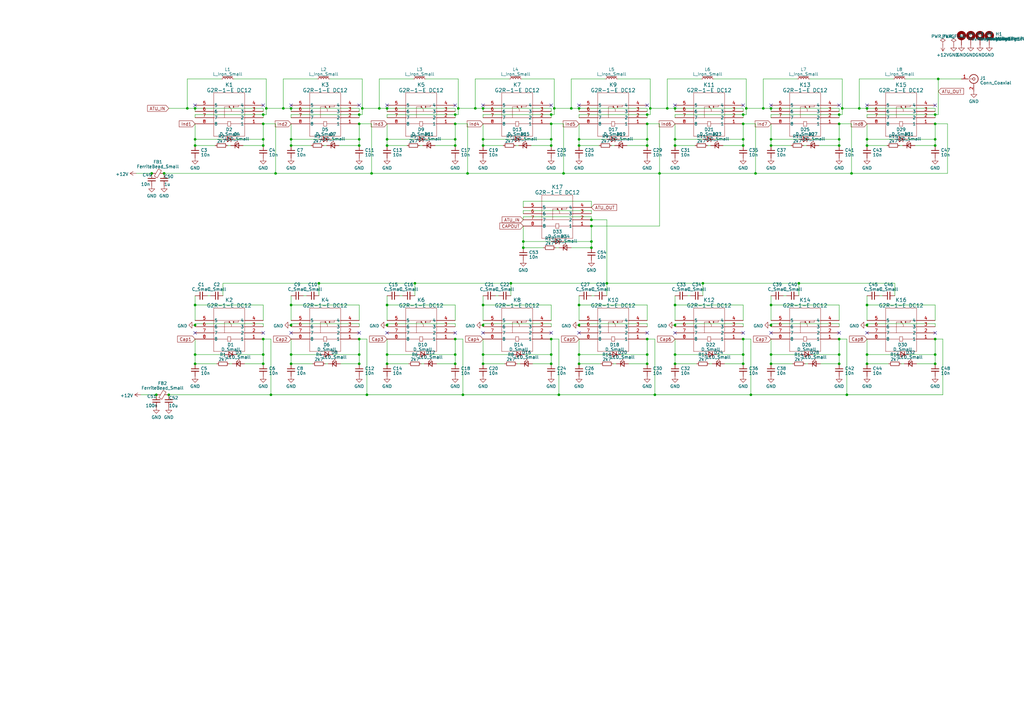
<source format=kicad_sch>
(kicad_sch (version 20230121) (generator eeschema)
  (paper "A3")
  (junction (at 316.23 44.45))
  (junction (at 304.8 46.99))
  (junction (at 147.32 57.15))
  (junction (at 237.49 149.225))
  (junction (at 158.75 44.45))
  (junction (at 327.66 116.205))
  (junction (at 237.49 44.45))
  (junction (at 344.17 59.69))
  (junction (at 158.75 149.225))
  (junction (at 383.54 145.415))
  (junction (at 107.95 139.065))
  (junction (at 266.7 44.45))
  (junction (at 344.17 46.99))
  (junction (at 316.23 125.095))
  (junction (at 304.8 145.415))
  (junction (at 276.86 125.095))
  (junction (at 306.07 44.45))
  (junction (at 80.01 125.095))
  (junction (at 344.17 57.15))
  (junction (at 276.86 59.69))
  (junction (at 347.345 161.925))
  (junction (at 355.6 149.225))
  (junction (at 80.01 59.69))
  (junction (at 313.055 44.45))
  (junction (at 80.01 57.15))
  (junction (at 304.8 139.065))
  (junction (at 76.835 44.45))
  (junction (at 107.95 57.15))
  (junction (at 69.215 161.925))
  (junction (at 309.88 71.12))
  (junction (at 198.12 44.45))
  (junction (at 67.31 71.12))
  (junction (at 80.01 44.45))
  (junction (at 227.33 44.45))
  (junction (at 276.86 133.35))
  (junction (at 191.77 71.12))
  (junction (at 234.315 44.45))
  (junction (at 265.43 149.225))
  (junction (at 345.44 44.45))
  (junction (at 119.38 44.45))
  (junction (at 344.17 139.065))
  (junction (at 109.22 44.45))
  (junction (at 276.86 145.415))
  (junction (at 344.17 149.225))
  (junction (at 147.32 50.8))
  (junction (at 64.135 161.925))
  (junction (at 189.865 161.925))
  (junction (at 355.6 59.69))
  (junction (at 265.43 59.69))
  (junction (at 265.43 46.99))
  (junction (at 80.01 149.225))
  (junction (at 304.8 50.8))
  (junction (at 186.69 59.69))
  (junction (at 186.69 139.065))
  (junction (at 186.69 57.15))
  (junction (at 147.32 59.69))
  (junction (at 383.54 50.8))
  (junction (at 107.95 149.225))
  (junction (at 155.575 44.45))
  (junction (at 226.06 149.225))
  (junction (at 316.23 145.415))
  (junction (at 226.06 139.065))
  (junction (at 214.63 101.6))
  (junction (at 304.8 59.69))
  (junction (at 237.49 133.35))
  (junction (at 226.06 46.99))
  (junction (at 147.32 149.225))
  (junction (at 383.54 57.15))
  (junction (at 349.25 71.12))
  (junction (at 198.12 125.095))
  (junction (at 198.12 133.35))
  (junction (at 186.69 46.99))
  (junction (at 62.23 71.12))
  (junction (at 226.06 59.69))
  (junction (at 355.6 57.15))
  (junction (at 383.54 46.99))
  (junction (at 242.57 101.6))
  (junction (at 170.18 116.205))
  (junction (at 270.51 71.12))
  (junction (at 237.49 145.415))
  (junction (at 288.29 116.205))
  (junction (at 226.06 50.8))
  (junction (at 265.43 145.415))
  (junction (at 107.95 145.415))
  (junction (at 198.12 145.415))
  (junction (at 384.81 32.385))
  (junction (at 130.81 116.205))
  (junction (at 355.6 133.35))
  (junction (at 119.38 59.69))
  (junction (at 344.17 50.8))
  (junction (at 187.96 44.45))
  (junction (at 147.32 46.99))
  (junction (at 80.01 145.415))
  (junction (at 158.75 133.35))
  (junction (at 355.6 145.415))
  (junction (at 355.6 44.45))
  (junction (at 229.235 161.925))
  (junction (at 107.95 46.99))
  (junction (at 107.95 59.69))
  (junction (at 276.86 57.15))
  (junction (at 276.86 149.225))
  (junction (at 307.975 161.925))
  (junction (at 344.17 145.415))
  (junction (at 226.06 57.15))
  (junction (at 186.69 149.225))
  (junction (at 248.92 116.205))
  (junction (at 237.49 59.69))
  (junction (at 304.8 57.15))
  (junction (at 231.14 71.12))
  (junction (at 316.23 133.35))
  (junction (at 316.23 59.69))
  (junction (at 265.43 139.065))
  (junction (at 119.38 145.415))
  (junction (at 119.38 57.15))
  (junction (at 383.54 59.69))
  (junction (at 242.57 90.17))
  (junction (at 276.86 44.45))
  (junction (at 209.55 116.205))
  (junction (at 116.205 44.45))
  (junction (at 158.75 57.15))
  (junction (at 113.03 71.12))
  (junction (at 186.69 145.415))
  (junction (at 150.495 161.925))
  (junction (at 119.38 125.095))
  (junction (at 226.06 145.415))
  (junction (at 119.38 149.225))
  (junction (at 237.49 125.095))
  (junction (at 242.57 92.71))
  (junction (at 268.605 161.925))
  (junction (at 148.59 44.45))
  (junction (at 383.54 139.065))
  (junction (at 198.12 57.15))
  (junction (at 119.38 133.35))
  (junction (at 198.12 59.69))
  (junction (at 265.43 50.8))
  (junction (at 316.23 149.225))
  (junction (at 158.75 125.095))
  (junction (at 158.75 59.69))
  (junction (at 107.95 50.8))
  (junction (at 198.12 149.225))
  (junction (at 304.8 149.225))
  (junction (at 237.49 57.15))
  (junction (at 147.32 139.065))
  (junction (at 152.4 71.12))
  (junction (at 147.32 145.415))
  (junction (at 242.57 99.06))
  (junction (at 355.6 125.095))
  (junction (at 80.01 133.35))
  (junction (at 111.125 161.925))
  (junction (at 383.54 149.225))
  (junction (at 186.69 50.8))
  (junction (at 273.685 44.45))
  (junction (at 316.23 57.15))
  (junction (at 158.75 145.415))
  (junction (at 214.63 99.06))
  (junction (at 194.945 44.45))
  (junction (at 265.43 57.15))
  (junction (at 352.425 44.45))
  (no_connect (at 344.17 136.525))
  (no_connect (at 316.23 43.18))
  (no_connect (at 186.69 136.525))
  (no_connect (at 383.54 43.18))
  (no_connect (at 119.38 43.18))
  (no_connect (at 198.12 136.525))
  (no_connect (at 316.23 136.525))
  (no_connect (at 344.17 43.18))
  (no_connect (at 226.06 136.525))
  (no_connect (at 304.8 136.525))
  (no_connect (at 383.54 136.525))
  (no_connect (at 198.12 43.18))
  (no_connect (at 355.6 43.18))
  (no_connect (at 276.86 136.525))
  (no_connect (at 107.95 43.18))
  (no_connect (at 80.01 136.525))
  (no_connect (at 237.49 136.525))
  (no_connect (at 304.8 43.18))
  (no_connect (at 158.75 43.18))
  (no_connect (at 80.01 43.18))
  (no_connect (at 265.43 43.18))
  (no_connect (at 355.6 136.525))
  (no_connect (at 147.32 43.18))
  (no_connect (at 226.06 43.18))
  (no_connect (at 147.32 136.525))
  (no_connect (at 107.95 136.525))
  (no_connect (at 119.38 136.525))
  (no_connect (at 186.69 43.18))
  (no_connect (at 265.43 136.525))
  (no_connect (at 158.75 136.525))
  (no_connect (at 276.86 43.18))
  (no_connect (at 237.49 43.18))
  (wire (pts (xy 266.7 32.385) (xy 253.365 32.385)))
  (wire (pts (xy 383.54 139.065) (xy 386.715 139.065)))
  (wire (pts (xy 80.01 57.15) (xy 91.44 57.15)))
  (wire (pts (xy 304.8 145.415) (xy 304.8 139.065)))
  (wire (pts (xy 147.32 57.15) (xy 147.32 50.8)))
  (wire (pts (xy 198.12 50.8) (xy 198.12 57.15)))
  (wire (pts (xy 227.33 44.45) (xy 234.315 44.45)))
  (wire (pts (xy 158.75 133.35) (xy 158.75 133.985)))
  (wire (pts (xy 237.49 57.15) (xy 248.92 57.15)))
  (wire (pts (xy 316.23 145.415) (xy 316.23 149.225)))
  (wire (pts (xy 80.01 59.69) (xy 88.265 59.69)))
  (wire (pts (xy 384.81 32.385) (xy 371.475 32.385)))
  (wire (pts (xy 211.455 59.69) (xy 212.725 59.69)))
  (wire (pts (xy 290.83 149.225) (xy 292.1 149.225)))
  (wire (pts (xy 345.44 44.45) (xy 345.44 32.385)))
  (wire (pts (xy 226.06 145.415) (xy 226.06 149.225)))
  (wire (pts (xy 345.44 46.99) (xy 345.44 44.45)))
  (wire (pts (xy 186.69 45.72) (xy 186.69 44.45)))
  (wire (pts (xy 80.01 57.15) (xy 80.01 59.69)))
  (wire (pts (xy 355.6 44.45) (xy 352.425 44.45)))
  (wire (pts (xy 109.22 46.99) (xy 109.22 44.45)))
  (wire (pts (xy 107.95 145.415) (xy 107.95 149.225)))
  (wire (pts (xy 304.8 46.99) (xy 306.07 46.99)))
  (wire (pts (xy 186.69 125.095) (xy 186.69 131.445)))
  (wire (pts (xy 355.6 59.69) (xy 363.855 59.69)))
  (wire (pts (xy 273.685 44.45) (xy 273.685 32.385)))
  (wire (pts (xy 304.8 132.715) (xy 276.86 132.715)))
  (wire (pts (xy 186.69 44.45) (xy 158.75 44.45)))
  (wire (pts (xy 214.63 85.09) (xy 214.63 82.55)))
  (wire (pts (xy 265.43 44.45) (xy 237.49 44.45)))
  (wire (pts (xy 316.23 149.225) (xy 325.12 149.225)))
  (wire (pts (xy 304.8 46.99) (xy 304.8 48.26)))
  (wire (pts (xy 147.32 149.225) (xy 139.7 149.225)))
  (wire (pts (xy 226.06 57.15) (xy 226.06 59.69)))
  (wire (pts (xy 276.86 132.715) (xy 276.86 133.35)))
  (wire (pts (xy 148.59 44.45) (xy 155.575 44.45)))
  (wire (pts (xy 147.32 145.415) (xy 147.32 139.065)))
  (wire (pts (xy 355.6 125.095) (xy 383.54 125.095)))
  (wire (pts (xy 344.17 132.715) (xy 316.23 132.715)))
  (wire (pts (xy 198.12 145.415) (xy 198.12 149.225)))
  (wire (pts (xy 76.835 32.385) (xy 90.805 32.385)))
  (wire (pts (xy 313.055 32.385) (xy 327.025 32.385)))
  (wire (pts (xy 107.95 57.15) (xy 107.95 50.8)))
  (wire (pts (xy 186.69 57.15) (xy 186.69 59.69)))
  (wire (pts (xy 265.43 50.8) (xy 270.51 50.8)))
  (wire (pts (xy 237.49 46.99) (xy 265.43 46.99)))
  (wire (pts (xy 226.06 50.8) (xy 231.14 50.8)))
  (wire (pts (xy 231.14 99.06) (xy 242.57 99.06)))
  (wire (pts (xy 198.12 46.99) (xy 226.06 46.99)))
  (wire (pts (xy 304.8 59.69) (xy 296.545 59.69)))
  (wire (pts (xy 265.43 46.99) (xy 266.7 46.99)))
  (wire (pts (xy 306.07 46.99) (xy 306.07 44.45)))
  (wire (pts (xy 226.06 57.15) (xy 226.06 50.8)))
  (wire (pts (xy 107.95 132.715) (xy 80.01 132.715)))
  (wire (pts (xy 266.7 44.45) (xy 266.7 32.385)))
  (wire (pts (xy 307.975 139.065) (xy 307.975 161.925)))
  (wire (pts (xy 119.38 46.99) (xy 147.32 46.99)))
  (wire (pts (xy 349.25 71.12) (xy 388.62 71.12)))
  (wire (pts (xy 327.66 116.205) (xy 327.66 121.285)))
  (wire (pts (xy 304.8 50.8) (xy 309.88 50.8)))
  (wire (pts (xy 226.06 59.69) (xy 217.805 59.69)))
  (wire (pts (xy 198.12 59.69) (xy 206.375 59.69)))
  (wire (pts (xy 309.88 71.12) (xy 349.25 71.12)))
  (wire (pts (xy 67.31 71.12) (xy 113.03 71.12)))
  (wire (pts (xy 158.75 131.445) (xy 158.75 125.095)))
  (wire (pts (xy 316.23 131.445) (xy 316.23 125.095)))
  (wire (pts (xy 97.155 145.415) (xy 107.95 145.415)))
  (wire (pts (xy 91.44 116.205) (xy 91.44 121.285)))
  (wire (pts (xy 333.375 145.415) (xy 344.17 145.415)))
  (wire (pts (xy 214.63 57.15) (xy 226.06 57.15)))
  (wire (pts (xy 198.12 44.45) (xy 194.945 44.45)))
  (wire (pts (xy 229.235 161.925) (xy 268.605 161.925)))
  (wire (pts (xy 316.23 121.285) (xy 316.23 125.095)))
  (wire (pts (xy 147.32 46.99) (xy 147.32 48.26)))
  (wire (pts (xy 214.63 88.9) (xy 242.57 88.9)))
  (wire (pts (xy 265.43 149.225) (xy 257.81 149.225)))
  (wire (pts (xy 270.51 71.12) (xy 309.88 71.12)))
  (wire (pts (xy 107.95 45.72) (xy 107.95 44.45)))
  (wire (pts (xy 344.17 59.69) (xy 335.915 59.69)))
  (wire (pts (xy 254 57.15) (xy 265.43 57.15)))
  (wire (pts (xy 248.92 116.205) (xy 288.29 116.205)))
  (wire (pts (xy 85.09 121.285) (xy 86.36 121.285)))
  (wire (pts (xy 268.605 139.065) (xy 268.605 161.925)))
  (wire (pts (xy 116.205 32.385) (xy 130.175 32.385)))
  (wire (pts (xy 119.38 44.45) (xy 119.38 45.72)))
  (wire (pts (xy 304.8 45.72) (xy 304.8 44.45)))
  (wire (pts (xy 316.23 145.415) (xy 328.295 145.415)))
  (wire (pts (xy 316.23 139.065) (xy 316.23 145.415)))
  (wire (pts (xy 383.54 145.415) (xy 383.54 139.065)))
  (wire (pts (xy 276.86 57.15) (xy 276.86 59.69)))
  (wire (pts (xy 119.38 121.285) (xy 119.38 125.095)))
  (wire (pts (xy 130.81 116.205) (xy 130.81 121.285)))
  (wire (pts (xy 290.195 59.69) (xy 291.465 59.69)))
  (wire (pts (xy 227.965 101.6) (xy 229.235 101.6)))
  (wire (pts (xy 276.86 145.415) (xy 276.86 149.225)))
  (wire (pts (xy 227.33 32.385) (xy 213.995 32.385)))
  (wire (pts (xy 80.01 145.415) (xy 80.01 149.225)))
  (wire (pts (xy 107.95 46.99) (xy 109.22 46.99)))
  (wire (pts (xy 237.49 44.45) (xy 234.315 44.45)))
  (wire (pts (xy 270.51 92.71) (xy 270.51 71.12)))
  (wire (pts (xy 194.945 44.45) (xy 194.945 32.385)))
  (wire (pts (xy 344.17 46.99) (xy 345.44 46.99)))
  (wire (pts (xy 383.54 57.15) (xy 383.54 50.8)))
  (wire (pts (xy 344.17 145.415) (xy 344.17 139.065)))
  (wire (pts (xy 214.63 92.71) (xy 214.63 99.06)))
  (wire (pts (xy 344.17 46.99) (xy 344.17 48.26)))
  (wire (pts (xy 327.66 116.205) (xy 367.03 116.205)))
  (wire (pts (xy 234.315 44.45) (xy 234.315 32.385)))
  (wire (pts (xy 119.38 50.8) (xy 119.38 57.15)))
  (wire (pts (xy 226.06 125.095) (xy 226.06 131.445)))
  (wire (pts (xy 55.88 71.12) (xy 62.23 71.12)))
  (wire (pts (xy 191.77 50.8) (xy 191.77 71.12)))
  (wire (pts (xy 135.89 57.15) (xy 147.32 57.15)))
  (wire (pts (xy 113.03 50.8) (xy 113.03 71.12)))
  (wire (pts (xy 237.49 149.225) (xy 246.38 149.225)))
  (wire (pts (xy 304.8 133.985) (xy 304.8 132.715)))
  (wire (pts (xy 242.57 88.9) (xy 242.57 90.17)))
  (wire (pts (xy 227.33 44.45) (xy 227.33 32.385)))
  (wire (pts (xy 158.75 145.415) (xy 158.75 149.225)))
  (wire (pts (xy 80.01 149.225) (xy 88.9 149.225)))
  (wire (pts (xy 212.09 149.225) (xy 213.36 149.225)))
  (wire (pts (xy 304.8 125.095) (xy 304.8 131.445)))
  (wire (pts (xy 109.22 44.45) (xy 116.205 44.45)))
  (wire (pts (xy 254.635 145.415) (xy 265.43 145.415)))
  (wire (pts (xy 214.63 99.06) (xy 226.06 99.06)))
  (wire (pts (xy 242.57 86.36) (xy 242.57 87.63)))
  (wire (pts (xy 226.06 139.065) (xy 229.235 139.065)))
  (wire (pts (xy 242.57 92.71) (xy 270.51 92.71)))
  (wire (pts (xy 276.86 121.285) (xy 276.86 125.095)))
  (wire (pts (xy 265.43 132.715) (xy 237.49 132.715)))
  (wire (pts (xy 187.96 44.45) (xy 187.96 32.385)))
  (wire (pts (xy 237.49 121.285) (xy 237.49 125.095)))
  (wire (pts (xy 265.43 139.065) (xy 268.605 139.065)))
  (wire (pts (xy 93.345 59.69) (xy 94.615 59.69)))
  (wire (pts (xy 226.06 145.415) (xy 226.06 139.065)))
  (wire (pts (xy 152.4 71.12) (xy 191.77 71.12)))
  (wire (pts (xy 355.6 133.35) (xy 355.6 133.985)))
  (wire (pts (xy 198.12 121.285) (xy 198.12 125.095)))
  (wire (pts (xy 80.01 131.445) (xy 80.01 125.095)))
  (wire (pts (xy 237.49 132.715) (xy 237.49 133.35)))
  (wire (pts (xy 148.59 44.45) (xy 148.59 32.385)))
  (wire (pts (xy 383.54 59.69) (xy 375.285 59.69)))
  (wire (pts (xy 163.83 121.285) (xy 165.1 121.285)))
  (wire (pts (xy 186.69 50.8) (xy 191.77 50.8)))
  (wire (pts (xy 172.085 59.69) (xy 173.355 59.69)))
  (wire (pts (xy 107.95 133.985) (xy 107.95 132.715)))
  (wire (pts (xy 214.63 90.17) (xy 214.63 88.9)))
  (wire (pts (xy 250.825 59.69) (xy 252.095 59.69)))
  (wire (pts (xy 93.98 149.225) (xy 95.25 149.225)))
  (wire (pts (xy 227.33 46.99) (xy 227.33 44.45)))
  (wire (pts (xy 281.94 121.285) (xy 283.21 121.285)))
  (wire (pts (xy 116.205 44.45) (xy 116.205 32.385)))
  (wire (pts (xy 368.935 59.69) (xy 370.205 59.69)))
  (wire (pts (xy 306.07 32.385) (xy 292.735 32.385)))
  (wire (pts (xy 158.75 46.99) (xy 186.69 46.99)))
  (wire (pts (xy 198.12 145.415) (xy 210.185 145.415)))
  (wire (pts (xy 186.69 46.99) (xy 187.96 46.99)))
  (wire (pts (xy 352.425 44.45) (xy 352.425 32.385)))
  (wire (pts (xy 355.6 57.15) (xy 355.6 59.69)))
  (wire (pts (xy 107.95 125.095) (xy 107.95 131.445)))
  (wire (pts (xy 383.54 44.45) (xy 355.6 44.45)))
  (wire (pts (xy 266.7 46.99) (xy 266.7 44.45)))
  (wire (pts (xy 355.6 145.415) (xy 355.6 149.225)))
  (wire (pts (xy 367.03 116.205) (xy 367.03 121.285)))
  (wire (pts (xy 158.75 132.715) (xy 158.75 133.35)))
  (wire (pts (xy 152.4 50.8) (xy 152.4 71.12)))
  (wire (pts (xy 158.75 48.26) (xy 158.75 46.99)))
  (wire (pts (xy 345.44 44.45) (xy 352.425 44.45)))
  (wire (pts (xy 276.86 131.445) (xy 276.86 125.095)))
  (wire (pts (xy 158.75 44.45) (xy 158.75 45.72)))
  (wire (pts (xy 237.49 59.69) (xy 245.745 59.69)))
  (wire (pts (xy 111.125 161.925) (xy 150.495 161.925)))
  (wire (pts (xy 107.95 139.065) (xy 111.125 139.065)))
  (wire (pts (xy 237.49 57.15) (xy 237.49 59.69)))
  (wire (pts (xy 307.975 161.925) (xy 347.345 161.925)))
  (wire (pts (xy 265.43 125.095) (xy 265.43 131.445)))
  (wire (pts (xy 109.22 32.385) (xy 95.885 32.385)))
  (wire (pts (xy 209.55 116.205) (xy 209.55 121.285)))
  (wire (pts (xy 158.75 121.285) (xy 158.75 125.095)))
  (wire (pts (xy 148.59 46.99) (xy 148.59 44.45)))
  (wire (pts (xy 158.75 50.8) (xy 158.75 57.15)))
  (wire (pts (xy 107.95 145.415) (xy 107.95 139.065)))
  (wire (pts (xy 330.2 149.225) (xy 331.47 149.225)))
  (wire (pts (xy 203.2 121.285) (xy 204.47 121.285)))
  (wire (pts (xy 158.75 139.065) (xy 158.75 145.415)))
  (wire (pts (xy 170.18 116.205) (xy 170.18 121.285)))
  (wire (pts (xy 187.96 32.385) (xy 174.625 32.385)))
  (wire (pts (xy 248.92 116.205) (xy 248.92 121.285)))
  (wire (pts (xy 133.35 149.225) (xy 134.62 149.225)))
  (wire (pts (xy 386.715 139.065) (xy 386.715 161.925)))
  (wire (pts (xy 344.17 145.415) (xy 344.17 149.225)))
  (wire (pts (xy 344.17 50.8) (xy 349.25 50.8)))
  (wire (pts (xy 107.95 50.8) (xy 113.03 50.8)))
  (wire (pts (xy 316.23 132.715) (xy 316.23 133.35)))
  (wire (pts (xy 355.6 139.065) (xy 355.6 145.415)))
  (wire (pts (xy 352.425 32.385) (xy 366.395 32.385)))
  (wire (pts (xy 344.17 57.15) (xy 344.17 59.69)))
  (wire (pts (xy 344.17 139.065) (xy 347.345 139.065)))
  (wire (pts (xy 96.52 57.15) (xy 107.95 57.15)))
  (wire (pts (xy 242.57 99.06) (xy 242.57 101.6)))
  (wire (pts (xy 265.43 46.99) (xy 265.43 48.26)))
  (wire (pts (xy 304.8 44.45) (xy 276.86 44.45)))
  (wire (pts (xy 191.77 71.12) (xy 231.14 71.12)))
  (wire (pts (xy 150.495 139.065) (xy 150.495 161.925)))
  (wire (pts (xy 237.49 50.8) (xy 237.49 57.15)))
  (wire (pts (xy 316.23 46.99) (xy 344.17 46.99)))
  (wire (pts (xy 198.12 44.45) (xy 198.12 45.72)))
  (wire (pts (xy 265.43 57.15) (xy 265.43 59.69)))
  (wire (pts (xy 107.95 46.99) (xy 107.95 48.26)))
  (wire (pts (xy 316.23 59.69) (xy 324.485 59.69)))
  (wire (pts (xy 306.07 44.45) (xy 306.07 32.385)))
  (wire (pts (xy 76.835 44.45) (xy 76.835 32.385)))
  (wire (pts (xy 355.6 50.8) (xy 355.6 57.15)))
  (wire (pts (xy 242.57 90.17) (xy 248.92 90.17)))
  (wire (pts (xy 304.8 57.15) (xy 304.8 50.8)))
  (wire (pts (xy 355.6 46.99) (xy 383.54 46.99)))
  (wire (pts (xy 316.23 57.15) (xy 327.66 57.15)))
  (wire (pts (xy 215.265 145.415) (xy 226.06 145.415)))
  (wire (pts (xy 226.06 45.72) (xy 226.06 44.45)))
  (wire (pts (xy 237.49 131.445) (xy 237.49 125.095)))
  (wire (pts (xy 329.565 59.69) (xy 330.835 59.69)))
  (wire (pts (xy 270.51 50.8) (xy 270.51 71.12)))
  (wire (pts (xy 187.96 46.99) (xy 187.96 44.45)))
  (wire (pts (xy 198.12 133.35) (xy 198.12 133.985)))
  (wire (pts (xy 80.01 48.26) (xy 80.01 46.99)))
  (wire (pts (xy 186.69 145.415) (xy 186.69 149.225)))
  (wire (pts (xy 355.6 145.415) (xy 367.665 145.415)))
  (wire (pts (xy 147.32 133.985) (xy 147.32 132.715)))
  (wire (pts (xy 316.23 44.45) (xy 313.055 44.45)))
  (wire (pts (xy 119.38 133.35) (xy 119.38 133.985)))
  (wire (pts (xy 332.74 57.15) (xy 344.17 57.15)))
  (wire (pts (xy 316.23 50.8) (xy 316.23 57.15)))
  (wire (pts (xy 107.95 59.69) (xy 99.695 59.69)))
  (wire (pts (xy 158.75 145.415) (xy 170.815 145.415)))
  (wire (pts (xy 276.86 57.15) (xy 288.29 57.15)))
  (wire (pts (xy 369.57 149.225) (xy 370.84 149.225)))
  (wire (pts (xy 344.17 125.095) (xy 344.17 131.445)))
  (wire (pts (xy 80.01 133.35) (xy 80.01 133.985)))
  (wire (pts (xy 276.86 46.99) (xy 304.8 46.99)))
  (wire (pts (xy 316.23 44.45) (xy 316.23 45.72)))
  (wire (pts (xy 276.86 133.35) (xy 276.86 133.985)))
  (wire (pts (xy 130.81 116.205) (xy 170.18 116.205)))
  (wire (pts (xy 265.43 45.72) (xy 265.43 44.45)))
  (wire (pts (xy 119.38 57.15) (xy 119.38 59.69)))
  (wire (pts (xy 226.06 46.99) (xy 226.06 48.26)))
  (wire (pts (xy 186.69 59.69) (xy 178.435 59.69)))
  (wire (pts (xy 147.32 59.69) (xy 139.065 59.69)))
  (wire (pts (xy 226.06 149.225) (xy 218.44 149.225)))
  (wire (pts (xy 155.575 44.45) (xy 155.575 32.385)))
  (wire (pts (xy 187.96 44.45) (xy 194.945 44.45)))
  (wire (pts (xy 383.54 46.99) (xy 383.54 48.26)))
  (wire (pts (xy 265.43 145.415) (xy 265.43 139.065)))
  (wire (pts (xy 276.86 50.8) (xy 276.86 57.15)))
  (wire (pts (xy 80.01 139.065) (xy 80.01 145.415)))
  (wire (pts (xy 276.86 125.095) (xy 304.8 125.095)))
  (wire (pts (xy 237.49 44.45) (xy 237.49 45.72)))
  (wire (pts (xy 226.06 132.715) (xy 198.12 132.715)))
  (wire (pts (xy 198.12 149.225) (xy 207.01 149.225)))
  (wire (pts (xy 293.37 57.15) (xy 304.8 57.15)))
  (wire (pts (xy 158.75 57.15) (xy 170.18 57.15)))
  (wire (pts (xy 147.32 46.99) (xy 148.59 46.99)))
  (wire (pts (xy 265.43 59.69) (xy 257.175 59.69)))
  (wire (pts (xy 186.69 139.065) (xy 189.865 139.065)))
  (wire (pts (xy 344.17 149.225) (xy 336.55 149.225)))
  (wire (pts (xy 265.43 133.985) (xy 265.43 132.715)))
  (wire (pts (xy 383.54 125.095) (xy 383.54 131.445)))
  (wire (pts (xy 226.06 46.99) (xy 227.33 46.99)))
  (wire (pts (xy 119.38 149.225) (xy 128.27 149.225)))
  (wire (pts (xy 242.57 99.06) (xy 242.57 92.71)))
  (wire (pts (xy 186.69 145.415) (xy 186.69 139.065)))
  (wire (pts (xy 111.125 139.065) (xy 111.125 161.925)))
  (wire (pts (xy 234.315 32.385) (xy 248.285 32.385)))
  (wire (pts (xy 355.6 149.225) (xy 364.49 149.225)))
  (wire (pts (xy 175.895 145.415) (xy 186.69 145.415)))
  (wire (pts (xy 189.865 139.065) (xy 189.865 161.925)))
  (wire (pts (xy 158.75 59.69) (xy 167.005 59.69)))
  (wire (pts (xy 242.57 121.285) (xy 243.84 121.285)))
  (wire (pts (xy 383.54 132.715) (xy 355.6 132.715)))
  (wire (pts (xy 355.6 57.15) (xy 367.03 57.15)))
  (wire (pts (xy 107.95 57.15) (xy 107.95 59.69)))
  (wire (pts (xy 186.69 57.15) (xy 186.69 50.8)))
  (wire (pts (xy 344.17 57.15) (xy 344.17 50.8)))
  (wire (pts (xy 124.46 121.285) (xy 125.73 121.285)))
  (wire (pts (xy 276.86 44.45) (xy 273.685 44.45)))
  (wire (pts (xy 383.54 45.72) (xy 383.54 44.45)))
  (wire (pts (xy 304.8 57.15) (xy 304.8 59.69)))
  (wire (pts (xy 113.03 71.12) (xy 152.4 71.12)))
  (wire (pts (xy 355.6 132.715) (xy 355.6 133.35)))
  (wire (pts (xy 237.49 139.065) (xy 237.49 145.415)))
  (wire (pts (xy 265.43 145.415) (xy 265.43 149.225)))
  (wire (pts (xy 80.01 125.095) (xy 107.95 125.095)))
  (wire (pts (xy 226.06 44.45) (xy 198.12 44.45)))
  (wire (pts (xy 345.44 32.385) (xy 332.105 32.385)))
  (wire (pts (xy 107.95 44.45) (xy 80.01 44.45)))
  (wire (pts (xy 347.345 161.925) (xy 386.715 161.925)))
  (wire (pts (xy 316.23 125.095) (xy 344.17 125.095)))
  (wire (pts (xy 80.01 44.45) (xy 76.835 44.45)))
  (wire (pts (xy 214.63 99.06) (xy 214.63 101.6)))
  (wire (pts (xy 69.215 161.925) (xy 111.125 161.925)))
  (wire (pts (xy 80.01 46.99) (xy 107.95 46.99)))
  (wire (pts (xy 304.8 139.065) (xy 307.975 139.065)))
  (wire (pts (xy 383.54 50.8) (xy 388.62 50.8)))
  (wire (pts (xy 158.75 125.095) (xy 186.69 125.095)))
  (wire (pts (xy 388.62 50.8) (xy 388.62 71.12)))
  (wire (pts (xy 251.46 149.225) (xy 252.73 149.225)))
  (wire (pts (xy 209.55 116.205) (xy 248.92 116.205)))
  (wire (pts (xy 170.18 116.205) (xy 209.55 116.205)))
  (wire (pts (xy 198.12 132.715) (xy 198.12 133.35)))
  (wire (pts (xy 355.6 121.285) (xy 355.6 125.095)))
  (wire (pts (xy 306.07 44.45) (xy 313.055 44.45)))
  (wire (pts (xy 304.8 145.415) (xy 304.8 149.225)))
  (wire (pts (xy 383.54 145.415) (xy 383.54 149.225)))
  (wire (pts (xy 265.43 57.15) (xy 265.43 50.8)))
  (wire (pts (xy 158.75 44.45) (xy 155.575 44.45)))
  (wire (pts (xy 309.88 50.8) (xy 309.88 71.12)))
  (wire (pts (xy 136.525 145.415) (xy 147.32 145.415)))
  (wire (pts (xy 147.32 45.72) (xy 147.32 44.45)))
  (wire (pts (xy 80.01 44.45) (xy 80.01 45.72)))
  (wire (pts (xy 80.01 145.415) (xy 92.075 145.415)))
  (wire (pts (xy 237.49 145.415) (xy 237.49 149.225)))
  (wire (pts (xy 383.54 57.15) (xy 383.54 59.69)))
  (wire (pts (xy 344.17 45.72) (xy 344.17 44.45)))
  (wire (pts (xy 119.38 132.715) (xy 119.38 133.35)))
  (wire (pts (xy 147.32 139.065) (xy 150.495 139.065)))
  (wire (pts (xy 226.06 133.985) (xy 226.06 132.715)))
  (wire (pts (xy 214.63 82.55) (xy 242.57 82.55)))
  (wire (pts (xy 237.49 145.415) (xy 249.555 145.415)))
  (wire (pts (xy 186.69 149.225) (xy 179.07 149.225)))
  (wire (pts (xy 276.86 149.225) (xy 285.75 149.225)))
  (wire (pts (xy 229.235 139.065) (xy 229.235 161.925)))
  (wire (pts (xy 132.715 59.69) (xy 133.985 59.69)))
  (wire (pts (xy 316.23 48.26) (xy 316.23 46.99)))
  (wire (pts (xy 372.745 145.415) (xy 383.54 145.415)))
  (wire (pts (xy 175.26 57.15) (xy 186.69 57.15)))
  (wire (pts (xy 294.005 145.415) (xy 304.8 145.415)))
  (wire (pts (xy 186.69 46.99) (xy 186.69 48.26)))
  (wire (pts (xy 198.12 57.15) (xy 198.12 59.69)))
  (wire (pts (xy 186.69 132.715) (xy 158.75 132.715)))
  (wire (pts (xy 273.685 32.385) (xy 287.655 32.385)))
  (wire (pts (xy 147.32 125.095) (xy 147.32 131.445)))
  (wire (pts (xy 119.38 131.445) (xy 119.38 125.095)))
  (wire (pts (xy 316.23 57.15) (xy 316.23 59.69)))
  (wire (pts (xy 198.12 125.095) (xy 226.06 125.095)))
  (wire (pts (xy 276.86 139.065) (xy 276.86 145.415)))
  (wire (pts (xy 268.605 161.925) (xy 307.975 161.925)))
  (wire (pts (xy 147.32 50.8) (xy 152.4 50.8)))
  (wire (pts (xy 119.38 139.065) (xy 119.38 145.415)))
  (wire (pts (xy 155.575 32.385) (xy 169.545 32.385)))
  (wire (pts (xy 349.25 50.8) (xy 349.25 71.12)))
  (wire (pts (xy 248.92 90.17) (xy 248.92 116.205)))
  (wire (pts (xy 276.86 145.415) (xy 288.925 145.415)))
  (wire (pts (xy 186.69 133.985) (xy 186.69 132.715)))
  (wire (pts (xy 242.57 101.6) (xy 234.315 101.6)))
  (wire (pts (xy 384.81 32.385) (xy 394.335 32.385)))
  (wire (pts (xy 158.75 57.15) (xy 158.75 59.69)))
  (wire (pts (xy 347.345 139.065) (xy 347.345 161.925)))
  (wire (pts (xy 355.6 44.45) (xy 355.6 45.72)))
  (wire (pts (xy 119.38 145.415) (xy 119.38 149.225)))
  (wire (pts (xy 313.055 44.45) (xy 313.055 32.385)))
  (wire (pts (xy 147.32 132.715) (xy 119.38 132.715)))
  (wire (pts (xy 80.01 121.285) (xy 80.01 125.095)))
  (wire (pts (xy 383.54 149.225) (xy 375.92 149.225)))
  (wire (pts (xy 360.68 121.285) (xy 361.95 121.285)))
  (wire (pts (xy 237.49 48.26) (xy 237.49 46.99)))
  (wire (pts (xy 69.215 44.45) (xy 76.835 44.45)))
  (wire (pts (xy 266.7 44.45) (xy 273.685 44.45)))
  (wire (pts (xy 214.63 87.63) (xy 214.63 86.36)))
  (wire (pts (xy 150.495 161.925) (xy 189.865 161.925)))
  (wire (pts (xy 276.86 44.45) (xy 276.86 45.72)))
  (wire (pts (xy 372.11 57.15) (xy 383.54 57.15)))
  (wire (pts (xy 355.6 131.445) (xy 355.6 125.095)))
  (wire (pts (xy 344.17 133.985) (xy 344.17 132.715)))
  (wire (pts (xy 242.57 82.55) (xy 242.57 85.09)))
  (wire (pts (xy 119.38 57.15) (xy 130.81 57.15)))
  (wire (pts (xy 57.785 161.925) (xy 64.135 161.925)))
  (wire (pts (xy 231.14 71.12) (xy 270.51 71.12)))
  (wire (pts (xy 119.38 145.415) (xy 131.445 145.415)))
  (wire (pts (xy 119.38 125.095) (xy 147.32 125.095)))
  (wire (pts (xy 198.12 131.445) (xy 198.12 125.095)))
  (wire (pts (xy 214.63 86.36) (xy 242.57 86.36)))
  (wire (pts (xy 304.8 149.225) (xy 297.18 149.225)))
  (wire (pts (xy 147.32 145.415) (xy 147.32 149.225)))
  (wire (pts (xy 383.54 133.985) (xy 383.54 132.715)))
  (wire (pts (xy 214.63 101.6) (xy 222.885 101.6)))
  (wire (pts (xy 107.95 149.225) (xy 100.33 149.225)))
  (wire (pts (xy 344.17 44.45) (xy 316.23 44.45)))
  (wire (pts (xy 147.32 44.45) (xy 119.38 44.45)))
  (wire (pts (xy 383.54 46.99) (xy 384.81 46.99)))
  (wire (pts (xy 119.38 59.69) (xy 127.635 59.69)))
  (wire (pts (xy 147.32 57.15) (xy 147.32 59.69)))
  (wire (pts (xy 119.38 44.45) (xy 116.205 44.45)))
  (wire (pts (xy 316.23 133.35) (xy 316.23 133.985)))
  (wire (pts (xy 80.01 132.715) (xy 80.01 133.35)))
  (wire (pts (xy 109.22 44.45) (xy 109.22 32.385)))
  (wire (pts (xy 237.49 125.095) (xy 265.43 125.095)))
  (wire (pts (xy 355.6 48.26) (xy 355.6 46.99)))
  (wire (pts (xy 276.86 59.69) (xy 285.115 59.69)))
  (wire (pts (xy 80.01 50.8) (xy 80.01 57.15)))
  (wire (pts (xy 288.29 116.205) (xy 327.66 116.205)))
  (wire (pts (xy 198.12 57.15) (xy 209.55 57.15)))
  (wire (pts (xy 288.29 116.205) (xy 288.29 121.285)))
  (wire (pts (xy 198.12 48.26) (xy 198.12 46.99)))
  (wire (pts (xy 189.865 161.925) (xy 229.235 161.925)))
  (wire (pts (xy 119.38 48.26) (xy 119.38 46.99)))
  (wire (pts (xy 148.59 32.385) (xy 135.255 32.385)))
  (wire (pts (xy 198.12 139.065) (xy 198.12 145.415)))
  (wire (pts (xy 237.49 133.35) (xy 237.49 133.985)))
  (wire (pts (xy 172.72 149.225) (xy 173.99 149.225)))
  (wire (pts (xy 384.81 46.99) (xy 384.81 32.385)))
  (wire (pts (xy 321.31 121.285) (xy 322.58 121.285)))
  (wire (pts (xy 91.44 116.205) (xy 130.81 116.205)))
  (wire (pts (xy 231.14 50.8) (xy 231.14 71.12)))
  (wire (pts (xy 276.86 48.26) (xy 276.86 46.99)))
  (wire (pts (xy 158.75 149.225) (xy 167.64 149.225)))
  (wire (pts (xy 194.945 32.385) (xy 208.915 32.385)))
  (global_label "Cap5" (shape input) (at 237.49 139.065 180) (property "Intersheetrefs" "${INTERSHEET_REFS}" (effects hide)))
  (global_label "Ind7" (shape input) (at 316.23 50.8 180) (property "Intersheetrefs" "${INTERSHEET_REFS}" (effects hide)))
  (global_label "Ind5" (shape input) (at 237.49 50.8 180) (property "Intersheetrefs" "${INTERSHEET_REFS}" (effects hide)))
  (global_label "ATU_OUT" (shape input) (at 242.57 85.09 0) (property "Intersheetrefs" "${INTERSHEET_REFS}" (effects hide)))
  (global_label "Ind8" (shape input) (at 355.6 50.8 180) (property "Intersheetrefs" "${INTERSHEET_REFS}" (effects hide)))
  (global_label "CAPOUT" (shape input) (at 214.63 92.71 180) (property "Intersheetrefs" "${INTERSHEET_REFS}" (effects hide)))
  (global_label "Ind3" (shape input) (at 158.75 50.8 180) (property "Intersheetrefs" "${INTERSHEET_REFS}" (effects hide)))
  (global_label "Cap6" (shape input) (at 276.86 139.065 180) (property "Intersheetrefs" "${INTERSHEET_REFS}" (effects hide)))
  (global_label "Cap1" (shape input) (at 80.01 139.065 180) (property "Intersheetrefs" "${INTERSHEET_REFS}" (effects hide)))
  (global_label "Ind1" (shape input) (at 80.01 50.8 180) (property "Intersheetrefs" "${INTERSHEET_REFS}" (effects hide)))
  (global_label "Cap8" (shape input) (at 355.6 139.065 180) (property "Intersheetrefs" "${INTERSHEET_REFS}" (effects hide)))
  (global_label "ATU_IN" (shape input) (at 214.63 90.17 180) (property "Intersheetrefs" "${INTERSHEET_REFS}" (effects hide)))
  (global_label "Cap4" (shape input) (at 198.12 139.065 180) (property "Intersheetrefs" "${INTERSHEET_REFS}" (effects hide)))
  (global_label "ATU_IN" (shape input) (at 69.215 44.45 180) (property "Intersheetrefs" "${INTERSHEET_REFS}" (effects hide)))
  (global_label "Ind6" (shape input) (at 276.86 50.8 180) (property "Intersheetrefs" "${INTERSHEET_REFS}" (effects hide)))
  (global_label "Ind2" (shape input) (at 119.38 50.8 180) (property "Intersheetrefs" "${INTERSHEET_REFS}" (effects hide)))
  (global_label "Cap3" (shape input) (at 158.75 139.065 180) (property "Intersheetrefs" "${INTERSHEET_REFS}" (effects hide)))
  (global_label "Cap2" (shape input) (at 119.38 139.065 180) (property "Intersheetrefs" "${INTERSHEET_REFS}" (effects hide)))
  (global_label "Cap7" (shape input) (at 316.23 139.065 180) (property "Intersheetrefs" "${INTERSHEET_REFS}" (effects hide)))
  (global_label "Ind4" (shape input) (at 198.12 50.8 180) (property "Intersheetrefs" "${INTERSHEET_REFS}" (effects hide)))
  (global_label "ATU_OUT" (shape input) (at 384.81 37.465 0) (property "Intersheetrefs" "${INTERSHEET_REFS}" (effects hide)))
  (symbol (lib_id "Device:L_Iron_Small") (at 290.195 32.385 90) (unit 1)
    (property "Reference" "L6" (at 290.195 28.4861 90))
    (property "Value" "L_Iron_Small" (at 290.195 30.4071 90))
  )
  (symbol (lib_id "Device:R_Small") (at 90.805 59.69 90) (unit 1)
    (property "Reference" "R2" (at 90.805 55.9435 90))
    (property "Value" "2k7" (at 90.805 57.8645 90))
    (property "Footprint" "Resistor_SMD:R_0805_2012Metric_Pad1.20x1.40mm_HandSolder" (effects hide))
  )
  (symbol (lib_id "Device:R_Small") (at 130.175 59.69 90) (unit 1)
    (property "Reference" "R3" (at 130.175 55.9435 90))
    (property "Value" "2k7" (at 130.175 57.8645 90))
    (property "Footprint" "Resistor_SMD:R_0805_2012Metric_Pad1.20x1.40mm_HandSolder" (effects hide))
  )
  (symbol (lib_id "Device:LED_Small") (at 333.375 59.69 0) (unit 1)
    (property "Reference" "D27" (at 333.4385 55.0291 0))
    (property "Value" "LED_Small" (at 333.4385 56.9501 0))
  )
  (symbol (lib_id "Device:C_Small") (at 355.6 151.765 0) (unit 1)
    (property "Reference" "C44" (at 357.9241 151.1276 0) (effects (justify left)))
    (property "Value" "10n" (at 357.9241 153.0486 0) (effects (justify left)))
    (property "Footprint" "Capacitor_SMD:C_0805_2012Metric_Pad1.18x1.45mm_HandSolder" (effects hide))
  )
  (symbol (lib_id "power:GND") (at 394.335 18.415 0) (unit 1)
    (property "Reference" "#PWR046" (effects hide))
    (property "Value" "GND" (at 394.335 22.5505 0))
  )
  (symbol (lib_id "Device:C_Small") (at 316.23 151.765 0) (unit 1)
    (property "Reference" "C38" (at 318.5541 151.1276 0) (effects (justify left)))
    (property "Value" "10n" (at 318.5541 153.0486 0) (effects (justify left)))
    (property "Footprint" "Capacitor_SMD:C_0805_2012Metric_Pad1.18x1.45mm_HandSolder" (effects hide))
  )
  (symbol (lib_id "Device:L_Iron_Small") (at 93.345 32.385 90) (unit 1)
    (property "Reference" "L1" (at 93.345 28.4861 90))
    (property "Value" "L_Iron_Small" (at 93.345 30.4071 90))
  )
  (symbol (lib_id "Device:LED_Small") (at 254.635 59.69 0) (unit 1)
    (property "Reference" "D19" (at 254.6985 55.0291 0))
    (property "Value" "LED_Small" (at 254.6985 56.9501 0))
  )
  (symbol (lib_id "Device:D_Small") (at 172.72 57.15 180) (unit 1)
    (property "Reference" "D9" (at 172.72 53.1241 0))
    (property "Value" "D_Small" (at 172.72 55.0451 0))
    (property "Sim.Device" "D" (effects hide))
    (property "Sim.Pins" "1=K 2=A" (effects hide))
  )
  (symbol (lib_id "Mechanical:MountingHole_Pad") (at 401.955 15.875 0) (unit 1)
    (property "Reference" "H2" (at 404.495 13.9613 0) (effects (justify left)))
    (property "Value" "MountingHole_Pad" (at 404.495 15.8823 0) (effects (justify left)))
  )
  (symbol (lib_id "power:GND") (at 405.765 18.415 0) (unit 1)
    (property "Reference" "#PWR043" (effects hide))
    (property "Value" "GND" (at 405.765 22.5505 0))
  )
  (symbol (lib_id "Device:R_Small") (at 367.03 149.225 90) (unit 1)
    (property "Reference" "R16" (at 367.03 145.4785 90))
    (property "Value" "2k7" (at 367.03 147.3995 90))
    (property "Footprint" "Resistor_SMD:R_0805_2012Metric_Pad1.20x1.40mm_HandSolder" (effects hide))
  )
  (symbol (lib_id "Device:LED_Small") (at 136.525 59.69 0) (unit 1)
    (property "Reference" "D7" (at 136.5885 55.0291 0))
    (property "Value" "LED_Small" (at 136.5885 56.9501 0))
  )
  (symbol (lib_id "Device:C_Small") (at 242.57 104.14 0) (unit 1)
    (property "Reference" "C54" (at 244.8941 103.5026 0) (effects (justify left)))
    (property "Value" "10n" (at 244.8941 105.4236 0) (effects (justify left)))
    (property "Footprint" "Capacitor_SMD:C_0805_2012Metric_Pad1.18x1.45mm_HandSolder" (effects hide))
  )
  (symbol (lib_id "power:GND") (at 316.23 154.305 0) (unit 1)
    (property "Reference" "#PWR033" (effects hide))
    (property "Value" "GND" (at 316.23 158.4405 0))
  )
  (symbol (lib_id "power:GND") (at 158.75 64.77 0) (unit 1)
    (property "Reference" "#PWR011" (effects hide))
    (property "Value" "GND" (at 158.75 68.9055 0))
  )
  (symbol (lib_id "Device:C_Small") (at 226.06 151.765 0) (unit 1)
    (property "Reference" "C24" (at 228.3841 151.1276 0) (effects (justify left)))
    (property "Value" "10n" (at 228.3841 153.0486 0) (effects (justify left)))
    (property "Footprint" "Capacitor_SMD:C_0805_2012Metric_Pad1.18x1.45mm_HandSolder" (effects hide))
  )
  (symbol (lib_id "power:GND") (at 391.16 18.415 0) (unit 1)
    (property "Reference" "#PWR042" (effects hide))
    (property "Value" "GND" (at 391.16 22.5505 0))
  )
  (symbol (lib_id "Device:C_Small") (at 64.135 164.465 0) (unit 1)
    (property "Reference" "C51" (at 60.325 162.56 0) (effects (justify left)))
    (property "Value" "100n" (at 59.69 166.37 0) (effects (justify left)))
    (property "Footprint" "Capacitor_SMD:C_0805_2012Metric_Pad1.18x1.45mm_HandSolder" (effects hide))
  )
  (symbol (lib_id "Device:C_Small") (at 325.12 121.285 90) (unit 1)
    (property "Reference" "C40" (at 325.1263 116.713 90))
    (property "Value" "C_Small" (at 325.1263 118.634 90))
  )
  (symbol (lib_id "Device:C_Small") (at 158.75 151.765 0) (unit 1)
    (property "Reference" "C14" (at 161.0741 151.1276 0) (effects (justify left)))
    (property "Value" "10n" (at 161.0741 153.0486 0) (effects (justify left)))
    (property "Footprint" "Capacitor_SMD:C_0805_2012Metric_Pad1.18x1.45mm_HandSolder" (effects hide))
  )
  (symbol (lib_id "Device:LED_Small") (at 176.53 149.225 0) (unit 1)
    (property "Reference" "D12" (at 176.5935 144.5641 0))
    (property "Value" "LED_Small" (at 176.5935 146.4851 0))
  )
  (symbol (lib_id "Device:C_Small") (at 265.43 62.23 0) (unit 1)
    (property "Reference" "C29" (at 267.7541 61.5926 0) (effects (justify left)))
    (property "Value" "10n" (at 267.7541 63.5136 0) (effects (justify left)))
    (property "Footprint" "Capacitor_SMD:C_0805_2012Metric_Pad1.18x1.45mm_HandSolder" (effects hide))
  )
  (symbol (lib_id "Device:C_Small") (at 304.8 62.23 0) (unit 1)
    (property "Reference" "C35" (at 307.1241 61.5926 0) (effects (justify left)))
    (property "Value" "10n" (at 307.1241 63.5136 0) (effects (justify left)))
    (property "Footprint" "Capacitor_SMD:C_0805_2012Metric_Pad1.18x1.45mm_HandSolder" (effects hide))
  )
  (symbol (lib_id "Device:C_Small") (at 344.17 151.765 0) (unit 1)
    (property "Reference" "C42" (at 346.4941 151.1276 0) (effects (justify left)))
    (property "Value" "10n" (at 346.4941 153.0486 0) (effects (justify left)))
    (property "Footprint" "Capacitor_SMD:C_0805_2012Metric_Pad1.18x1.45mm_HandSolder" (effects hide))
  )
  (symbol (lib_id "Device:C_Small") (at 107.95 62.23 0) (unit 1)
    (property "Reference" "C4" (at 110.2741 61.5926 0) (effects (justify left)))
    (property "Value" "10n" (at 110.2741 63.5136 0) (effects (justify left)))
    (property "Footprint" "Capacitor_SMD:C_0805_2012Metric_Pad1.18x1.45mm_HandSolder" (effects hide))
  )
  (symbol (lib_id "RELAY_G2R-1-E AC12:G2R-1-E_DC12") (at 226.06 50.8 180) (unit 1)
    (property "Reference" "K7" (at 212.09 34.7804 0) (effects (font (size 1.524 1.524))))
    (property "Value" "G2R-1-E DC12" (at 212.09 37.0346 0) (effects (font (size 1.524 1.524))))
    (property "Footprint" "RELAY_G2R-1-E AC12:RELAY_G2R-1-E AC12" (effects hide))
    (property "Datasheet" "G2R-1-E DC12" (effects hide))
  )
  (symbol (lib_id "Device:C_Small") (at 364.49 121.285 90) (unit 1)
    (property "Reference" "C46" (at 364.4963 116.713 90))
    (property "Value" "C_Small" (at 364.4963 118.634 90))
  )
  (symbol (lib_id "Device:C_Small") (at 198.12 151.765 0) (unit 1)
    (property "Reference" "C20" (at 200.4441 151.1276 0) (effects (justify left)))
    (property "Value" "10n" (at 200.4441 153.0486 0) (effects (justify left)))
    (property "Footprint" "Capacitor_SMD:C_0805_2012Metric_Pad1.18x1.45mm_HandSolder" (effects hide))
  )
  (symbol (lib_id "power:GND") (at 186.69 64.77 0) (unit 1)
    (property "Reference" "#PWR014" (effects hide))
    (property "Value" "GND" (at 186.69 68.9055 0))
  )
  (symbol (lib_id "Device:R_Small") (at 327.66 149.225 90) (unit 1)
    (property "Reference" "R14" (at 327.66 145.4785 90))
    (property "Value" "2k7" (at 327.66 147.3995 90))
    (property "Footprint" "Resistor_SMD:R_0805_2012Metric_Pad1.20x1.40mm_HandSolder" (effects hide))
  )
  (symbol (lib_id "Device:LED_Small") (at 294.005 59.69 0) (unit 1)
    (property "Reference" "D23" (at 294.0685 55.0291 0))
    (property "Value" "LED_Small" (at 294.0685 56.9501 0))
  )
  (symbol (lib_id "power:GND") (at 276.86 64.77 0) (unit 1)
    (property "Reference" "#PWR026" (effects hide))
    (property "Value" "GND" (at 276.86 68.9055 0))
  )
  (symbol (lib_id "Device:LED_Small") (at 215.265 59.69 0) (unit 1)
    (property "Reference" "D15" (at 215.3285 55.0291 0))
    (property "Value" "LED_Small" (at 215.3285 56.9501 0))
  )
  (symbol (lib_id "Device:D_Small") (at 251.46 57.15 180) (unit 1)
    (property "Reference" "D17" (at 251.46 53.1241 0))
    (property "Value" "D_Small" (at 251.46 55.0451 0))
    (property "Sim.Device" "D" (effects hide))
    (property "Sim.Pins" "1=K 2=A" (effects hide))
  )
  (symbol (lib_id "Device:D_Small") (at 330.835 145.415 180) (unit 1)
    (property "Reference" "D26" (at 330.835 141.3891 0))
    (property "Value" "D_Small" (at 330.835 143.3101 0))
    (property "Sim.Device" "D" (effects hide))
    (property "Sim.Pins" "1=K 2=A" (effects hide))
  )
  (symbol (lib_id "power:GND") (at 80.01 133.35 270) (unit 1)
    (property "Reference" "#PWR01" (effects hide))
    (property "Value" "GND" (at 76.8351 133.6668 90) (effects (justify right)))
  )
  (symbol (lib_id "Device:C_Small") (at 279.4 121.285 90) (unit 1)
    (property "Reference" "C33" (at 279.4063 116.713 90))
    (property "Value" "C_Small" (at 279.4063 118.634 90))
  )
  (symbol (lib_id "Device:C_Small") (at 276.86 62.23 0) (unit 1)
    (property "Reference" "C31" (at 279.1841 61.5926 0) (effects (justify left)))
    (property "Value" "10n" (at 279.1841 63.5136 0) (effects (justify left)))
    (property "Footprint" "Capacitor_SMD:C_0805_2012Metric_Pad1.18x1.45mm_HandSolder" (effects hide))
  )
  (symbol (lib_id "Device:C_Small") (at 62.23 73.66 0) (unit 1)
    (property "Reference" "C49" (at 58.42 71.755 0) (effects (justify left)))
    (property "Value" "10n" (at 57.785 75.565 0) (effects (justify left)))
    (property "Footprint" "Capacitor_SMD:C_0805_2012Metric_Pad1.18x1.45mm_HandSolder" (effects hide))
  )
  (symbol (lib_id "RELAY_G2R-1-E AC12:G2R-1-E_DC12") (at 265.43 50.8 180) (unit 1)
    (property "Reference" "K9" (at 251.46 34.7804 0) (effects (font (size 1.524 1.524))))
    (property "Value" "G2R-1-E DC12" (at 251.46 37.0346 0) (effects (font (size 1.524 1.524))))
    (property "Footprint" "RELAY_G2R-1-E AC12:RELAY_G2R-1-E AC12" (effects hide))
    (property "Datasheet" "G2R-1-E DC12" (effects hide))
  )
  (symbol (lib_id "Device:C_Small") (at 147.32 62.23 0) (unit 1)
    (property "Reference" "C11" (at 149.6441 61.5926 0) (effects (justify left)))
    (property "Value" "10n" (at 149.6441 63.5136 0) (effects (justify left)))
    (property "Footprint" "Capacitor_SMD:C_0805_2012Metric_Pad1.18x1.45mm_HandSolder" (effects hide))
  )
  (symbol (lib_id "Device:C_Small") (at 200.66 121.285 90) (unit 1)
    (property "Reference" "C21" (at 200.6663 116.713 90))
    (property "Value" "C_Small" (at 200.6663 118.634 90))
  )
  (symbol (lib_id "RELAY_G2R-1-E AC12:G2R-1-E_DC12") (at 304.8 139.065 180) (unit 1)
    (property "Reference" "K12" (at 290.83 123.0454 0) (effects (font (size 1.524 1.524))))
    (property "Value" "G2R-1-E DC12" (at 290.83 125.2996 0) (effects (font (size 1.524 1.524))))
    (property "Footprint" "RELAY_G2R-1-E AC12:RELAY_G2R-1-E AC12" (effects hide))
    (property "Datasheet" "G2R-1-E DC12" (effects hide))
  )
  (symbol (lib_id "power:GND") (at 214.63 106.68 0) (unit 1)
    (property "Reference" "#PWR054" (effects hide))
    (property "Value" "GND" (at 214.63 110.8155 0))
  )
  (symbol (lib_id "RELAY_G2R-1-E AC12:G2R-1-E_DC12") (at 344.17 139.065 180) (unit 1)
    (property "Reference" "K14" (at 330.2 123.0454 0) (effects (font (size 1.524 1.524))))
    (property "Value" "G2R-1-E DC12" (at 330.2 125.2996 0) (effects (font (size 1.524 1.524))))
    (property "Footprint" "RELAY_G2R-1-E AC12:RELAY_G2R-1-E AC12" (effects hide))
    (property "Datasheet" "G2R-1-E DC12" (effects hide))
  )
  (symbol (lib_id "Mechanical:MountingHole_Pad") (at 405.765 15.875 0) (unit 1)
    (property "Reference" "H1" (at 408.305 13.9613 0) (effects (justify left)))
    (property "Value" "MountingHole_Pad" (at 408.305 15.8823 0) (effects (justify left)))
  )
  (symbol (lib_id "Device:C_Small") (at 355.6 62.23 0) (unit 1)
    (property "Reference" "C43" (at 357.9241 61.5926 0) (effects (justify left)))
    (property "Value" "10n" (at 357.9241 63.5136 0) (effects (justify left)))
    (property "Footprint" "Capacitor_SMD:C_0805_2012Metric_Pad1.18x1.45mm_HandSolder" (effects hide))
  )
  (symbol (lib_id "RELAY_G2R-1-E AC12:G2R-1-E_DC12") (at 147.32 139.065 180) (unit 1)
    (property "Reference" "K4" (at 133.35 123.0454 0) (effects (font (size 1.524 1.524))))
    (property "Value" "G2R-1-E DC12" (at 133.35 125.2996 0) (effects (font (size 1.524 1.524))))
    (property "Footprint" "RELAY_G2R-1-E AC12:RELAY_G2R-1-E AC12" (effects hide))
    (property "Datasheet" "G2R-1-E DC12" (effects hide))
  )
  (symbol (lib_id "Device:C_Small") (at 80.01 151.765 0) (unit 1)
    (property "Reference" "C5" (at 82.3341 151.1276 0) (effects (justify left)))
    (property "Value" "10n" (at 82.3341 153.0486 0) (effects (justify left)))
    (property "Footprint" "Capacitor_SMD:C_0805_2012Metric_Pad1.18x1.45mm_HandSolder" (effects hide))
  )
  (symbol (lib_id "Device:R_Small") (at 169.545 59.69 90) (unit 1)
    (property "Reference" "R5" (at 169.545 55.9435 90))
    (property "Value" "2k7" (at 169.545 57.8645 90))
    (property "Footprint" "Resistor_SMD:R_0805_2012Metric_Pad1.20x1.40mm_HandSolder" (effects hide))
  )
  (symbol (lib_id "power:GND") (at 355.6 133.35 270) (unit 1)
    (property "Reference" "#PWR037" (effects hide))
    (property "Value" "GND" (at 352.4251 133.6668 90) (effects (justify right)))
  )
  (symbol (lib_id "Device:LED_Small") (at 137.16 149.225 0) (unit 1)
    (property "Reference" "D8" (at 137.2235 144.5641 0))
    (property "Value" "LED_Small" (at 137.2235 146.4851 0))
  )
  (symbol (lib_id "Device:C_Small") (at 226.06 62.23 0) (unit 1)
    (property "Reference" "C23" (at 228.3841 61.5926 0) (effects (justify left)))
    (property "Value" "10n" (at 228.3841 63.5136 0) (effects (justify left)))
    (property "Footprint" "Capacitor_SMD:C_0805_2012Metric_Pad1.18x1.45mm_HandSolder" (effects hide))
  )
  (symbol (lib_id "power:GND") (at 265.43 154.305 0) (unit 1)
    (property "Reference" "#PWR025" (effects hide))
    (property "Value" "GND" (at 265.43 158.4405 0))
  )
  (symbol (lib_id "Connector:Conn_Coaxial") (at 399.415 32.385 0) (unit 1)
    (property "Reference" "J1" (at 401.9551 32.0345 0) (effects (justify left)))
    (property "Value" "Conn_Coaxial" (at 401.9551 33.9555 0) (effects (justify left)))
    (property "Datasheet" " ~" (effects hide))
  )
  (symbol (lib_id "power:GND") (at 80.01 154.305 0) (unit 1)
    (property "Reference" "#PWR04" (effects hide))
    (property "Value" "GND" (at 80.01 158.4405 0))
  )
  (symbol (lib_id "RELAY_G2R-1-E AC12:G2R-1-E_DC12") (at 344.17 50.8 180) (unit 1)
    (property "Reference" "K13" (at 330.2 34.7804 0) (effects (font (size 1.524 1.524))))
    (property "Value" "G2R-1-E DC12" (at 330.2 37.0346 0) (effects (font (size 1.524 1.524))))
    (property "Footprint" "RELAY_G2R-1-E AC12:RELAY_G2R-1-E AC12" (effects hide))
    (property "Datasheet" "G2R-1-E DC12" (effects hide))
  )
  (symbol (lib_id "Device:C_Small") (at 82.55 121.285 90) (unit 1)
    (property "Reference" "C1" (at 82.5563 116.713 90))
    (property "Value" "C_Small" (at 82.5563 118.634 90))
  )
  (symbol (lib_id "power:GND") (at 158.75 154.305 0) (unit 1)
    (property "Reference" "#PWR013" (effects hide))
    (property "Value" "GND" (at 158.75 158.4405 0))
  )
  (symbol (lib_id "power:GND") (at 237.49 64.77 0) (unit 1)
    (property "Reference" "#PWR021" (effects hide))
    (property "Value" "GND" (at 237.49 68.9055 0))
  )
  (symbol (lib_id "Device:C_Small") (at 198.12 62.23 0) (unit 1)
    (property "Reference" "C19" (at 200.4441 61.5926 0) (effects (justify left)))
    (property "Value" "10n" (at 200.4441 63.5136 0) (effects (justify left)))
    (property "Footprint" "Capacitor_SMD:C_0805_2012Metric_Pad1.18x1.45mm_HandSolder" (effects hide))
  )
  (symbol (lib_id "power:+12V") (at 55.88 71.12 90) (unit 1)
    (property "Reference" "#PWR050" (effects hide))
    (property "Value" "+12V" (at 52.705 71.4368 90) (effects (justify left)))
  )
  (symbol (lib_id "power:GND") (at 344.17 64.77 0) (unit 1)
    (property "Reference" "#PWR034" (effects hide))
    (property "Value" "GND" (at 344.17 68.9055 0))
  )
  (symbol (lib_id "Device:D_Small") (at 290.83 57.15 180) (unit 1)
    (property "Reference" "D21" (at 290.83 53.1241 0))
    (property "Value" "D_Small" (at 290.83 55.0451 0))
    (property "Sim.Device" "D" (effects hide))
    (property "Sim.Pins" "1=K 2=A" (effects hide))
  )
  (symbol (lib_id "power:GND") (at 147.32 64.77 0) (unit 1)
    (property "Reference" "#PWR09" (effects hide))
    (property "Value" "GND" (at 147.32 68.9055 0))
  )
  (symbol (lib_id "power:GND") (at 399.415 37.465 0) (unit 1)
    (property "Reference" "#PWR041" (effects hide))
    (property "Value" "GND" (at 399.415 41.6005 0))
  )
  (symbol (lib_id "RELAY_G2R-1-E AC12:G2R-1-E_DC12") (at 107.95 139.065 180) (unit 1)
    (property "Reference" "K2" (at 93.98 123.0454 0) (effects (font (size 1.524 1.524))))
    (property "Value" "G2R-1-E DC12" (at 93.98 125.2996 0) (effects (font (size 1.524 1.524))))
    (property "Footprint" "RELAY_G2R-1-E AC12:RELAY_G2R-1-E AC12" (effects hide))
    (property "Datasheet" "G2R-1-E DC12" (effects hide))
  )
  (symbol (lib_id "Device:D_Small") (at 133.985 145.415 180) (unit 1)
    (property "Reference" "D6" (at 133.985 141.3891 0))
    (property "Value" "D_Small" (at 133.985 143.3101 0))
    (property "Sim.Device" "D" (effects hide))
    (property "Sim.Pins" "1=K 2=A" (effects hide))
  )
  (symbol (lib_id "Device:C_Small") (at 128.27 121.285 90) (unit 1)
    (property "Reference" "C10" (at 128.2763 116.713 90))
    (property "Value" "C_Small" (at 128.2763 118.634 90))
  )
  (symbol (lib_id "Device:C_Small") (at 383.54 62.23 0) (unit 1)
    (property "Reference" "C47" (at 385.8641 61.5926 0) (effects (justify left)))
    (property "Value" "10n" (at 385.8641 63.5136 0) (effects (justify left)))
    (property "Footprint" "Capacitor_SMD:C_0805_2012Metric_Pad1.18x1.45mm_HandSolder" (effects hide))
  )
  (symbol (lib_id "RELAY_G2R-1-E AC12:G2R-1-E_DC12") (at 304.8 50.8 180) (unit 1)
    (property "Reference" "K11" (at 290.83 34.7804 0) (effects (font (size 1.524 1.524))))
    (property "Value" "G2R-1-E DC12" (at 290.83 37.0346 0) (effects (font (size 1.524 1.524))))
    (property "Footprint" "RELAY_G2R-1-E AC12:RELAY_G2R-1-E AC12" (effects hide))
    (property "Datasheet" "G2R-1-E DC12" (effects hide))
  )
  (symbol (lib_id "Device:D_Small") (at 173.355 145.415 180) (unit 1)
    (property "Reference" "D10" (at 173.355 141.3891 0))
    (property "Value" "D_Small" (at 173.355 143.3101 0))
    (property "Sim.Device" "D" (effects hide))
    (property "Sim.Pins" "1=K 2=A" (effects hide))
  )
  (symbol (lib_id "power:GND") (at 67.31 76.2 0) (unit 1)
    (property "Reference" "#PWR049" (effects hide))
    (property "Value" "GND" (at 67.31 80.3355 0))
  )
  (symbol (lib_id "power:GND") (at 226.06 64.77 0) (unit 1)
    (property "Reference" "#PWR019" (effects hide))
    (property "Value" "GND" (at 226.06 68.9055 0))
  )
  (symbol (lib_id "power:GND") (at 186.69 154.305 0) (unit 1)
    (property "Reference" "#PWR015" (effects hide))
    (property "Value" "GND" (at 186.69 158.4405 0))
  )
  (symbol (lib_id "power:+12V") (at 57.785 161.925 90) (unit 1)
    (property "Reference" "#PWR051" (effects hide))
    (property "Value" "+12V" (at 54.61 162.2418 90) (effects (justify left)))
  )
  (symbol (lib_id "power:GND") (at 355.6 154.305 0) (unit 1)
    (property "Reference" "#PWR038" (effects hide))
    (property "Value" "GND" (at 355.6 158.4405 0))
  )
  (symbol (lib_id "Device:D_Small") (at 93.98 57.15 180) (unit 1)
    (property "Reference" "D2" (at 93.98 53.1241 0))
    (property "Value" "D_Small" (at 93.98 55.0451 0))
    (property "Sim.Device" "D" (effects hide))
    (property "Sim.Pins" "1=K 2=A" (effects hide))
  )
  (symbol (lib_id "Device:C_Small") (at 158.75 62.23 0) (unit 1)
    (property "Reference" "C13" (at 161.0741 61.5926 0) (effects (justify left)))
    (property "Value" "10n" (at 161.0741 63.5136 0) (effects (justify left)))
    (property "Footprint" "Capacitor_SMD:C_0805_2012Metric_Pad1.18x1.45mm_HandSolder" (effects hide))
  )
  (symbol (lib_id "Device:C_Small") (at 383.54 151.765 0) (unit 1)
    (property "Reference" "C48" (at 385.8641 151.1276 0) (effects (justify left)))
    (property "Value" "10n" (at 385.8641 153.0486 0) (effects (justify left)))
    (property "Footprint" "Capacitor_SMD:C_0805_2012Metric_Pad1.18x1.45mm_HandSolder" (effects hide))
  )
  (symbol (lib_id "Device:LED_Small") (at 255.27 149.225 0) (unit 1)
    (property "Reference" "D20" (at 255.3335 144.5641 0))
    (property "Value" "LED_Small" (at 255.3335 146.4851 0))
  )
  (symbol (lib_id "Device:C_Small") (at 304.8 151.765 0) (unit 1)
    (property "Reference" "C36" (at 307.1241 151.1276 0) (effects (justify left)))
    (property "Value" "10n" (at 307.1241 153.0486 0) (effects (justify left)))
    (property "Footprint" "Capacitor_SMD:C_0805_2012Metric_Pad1.18x1.45mm_HandSolder" (effects hide))
  )
  (symbol (lib_id "Device:C_Small") (at 240.03 121.285 90) (unit 1)
    (property "Reference" "C27" (at 240.0363 116.713 90))
    (property "Value" "C_Small" (at 240.0363 118.634 90))
  )
  (symbol (lib_id "Device:D_Small") (at 369.57 57.15 180) (unit 1)
    (property "Reference" "D29" (at 369.57 53.1241 0))
    (property "Value" "D_Small" (at 369.57 55.0451 0))
    (property "Sim.Device" "D" (effects hide))
    (property "Sim.Pins" "1=K 2=A" (effects hide))
  )
  (symbol (lib_id "Device:LED_Small") (at 97.155 59.69 0) (unit 1)
    (property "Reference" "D4" (at 97.2185 55.0291 0))
    (property "Value" "LED_Small" (at 97.2185 56.9501 0))
  )
  (symbol (lib_id "RELAY_G2R-1-E AC12:G2R-1-E_DC12") (at 186.69 139.065 180) (unit 1)
    (property "Reference" "K6" (at 172.72 123.0454 0) (effects (font (size 1.524 1.524))))
    (property "Value" "G2R-1-E DC12" (at 172.72 125.2996 0) (effects (font (size 1.524 1.524))))
    (property "Footprint" "RELAY_G2R-1-E AC12:RELAY_G2R-1-E AC12" (effects hide))
    (property "Datasheet" "G2R-1-E DC12" (effects hide))
  )
  (symbol (lib_id "Device:LED_Small") (at 231.775 101.6 0) (unit 1)
    (property "Reference" "D34" (at 231.8385 96.9391 0))
    (property "Value" "LED_Small" (at 231.8385 98.8601 0))
  )
  (symbol (lib_id "Device:C_Small") (at 119.38 151.765 0) (unit 1)
    (property "Reference" "C8" (at 121.7041 151.1276 0) (effects (justify left)))
    (property "Value" "10n" (at 121.7041 153.0486 0) (effects (justify left)))
    (property "Footprint" "Capacitor_SMD:C_0805_2012Metric_Pad1.18x1.45mm_HandSolder" (effects hide))
  )
  (symbol (lib_id "Device:R_Small") (at 130.81 149.225 90) (unit 1)
    (property "Reference" "R4" (at 130.81 145.4785 90))
    (property "Value" "2k7" (at 130.81 147.3995 90))
    (property "Footprint" "Resistor_SMD:R_0805_2012Metric_Pad1.20x1.40mm_HandSolder" (effects hide))
  )
  (symbol (lib_id "Device:L_Iron_Small") (at 329.565 32.385 90) (unit 1)
    (property "Reference" "L7" (at 329.565 28.4861 90))
    (property "Value" "L_Iron_Small" (at 329.565 30.4071 90))
  )
  (symbol (lib_id "RELAY_G2R-1-E AC12:G2R-1-E_DC12") (at 107.95 50.8 180) (unit 1)
    (property "Reference" "K1" (at 93.98 34.7804 0) (effects (font (size 1.524 1.524))))
    (property "Value" "G2R-1-E DC12" (at 93.98 37.0346 0) (effects (font (size 1.524 1.524))))
    (property "Footprint" "RELAY_G2R-1-E AC12:RELAY_G2R-1-E AC12" (effects hide))
    (property "Datasheet" "G2R-1-E DC12" (effects hide))
  )
  (symbol (lib_id "power:GND") (at 198.12 133.35 270) (unit 1)
    (property "Reference" "#PWR017" (effects hide))
    (property "Value" "GND" (at 194.9451 133.6668 90) (effects (justify right)))
  )
  (symbol (lib_id "Device:R_Small") (at 248.92 149.225 90) (unit 1)
    (property "Reference" "R10" (at 248.92 145.4785 90))
    (property "Value" "2k7" (at 248.92 147.3995 90))
    (property "Footprint" "Resistor_SMD:R_0805_2012Metric_Pad1.20x1.40mm_HandSolder" (effects hide))
  )
  (symbol (lib_id "Device:C_Small") (at 107.95 151.765 0) (unit 1)
    (property "Reference" "C6" (at 110.2741 151.1276 0) (effects (justify left)))
    (property "Value" "10n" (at 110.2741 153.0486 0) (effects (justify left)))
    (property "Footprint" "Capacitor_SMD:C_0805_2012Metric_Pad1.18x1.45mm_HandSolder" (effects hide))
  )
  (symbol (lib_id "Device:L_Iron_Small") (at 132.715 32.385 90) (unit 1)
    (property "Reference" "L2" (at 132.715 28.4861 90))
    (property "Value" "L_Iron_Small" (at 132.715 30.4071 90))
  )
  (symbol (lib_id "power:GND") (at 401.955 18.415 0) (unit 1)
    (property "Reference" "#PWR044" (effects hide))
    (property "Value" "GND" (at 401.955 22.5505 0))
  )
  (symbol (lib_id "power:GND") (at 62.23 76.2 0) (unit 1)
    (property "Reference" "#PWR048" (effects hide))
    (property "Value" "GND" (at 62.23 80.3355 0))
  )
  (symbol (lib_id "power:GND") (at 316.23 133.35 270) (unit 1)
    (property "Reference" "#PWR032" (effects hide))
    (property "Value" "GND" (at 313.0551 133.6668 90) (effects (justify right)))
  )
  (symbol (lib_id "power:GND") (at 316.23 64.77 0) (unit 1)
    (property "Reference" "#PWR031" (effects hide))
    (property "Value" "GND" (at 316.23 68.9055 0))
  )
  (symbol (lib_id "power:GND") (at 119.38 64.77 0) (unit 1)
    (property "Reference" "#PWR06" (effects hide))
    (property "Value" "GND" (at 119.38 68.9055 0))
  )
  (symbol (lib_id "power:GND") (at 198.12 64.77 0) (unit 1)
    (property "Reference" "#PWR016" (effects hide))
    (property "Value" "GND" (at 198.12 68.9055 0))
  )
  (symbol (lib_id "Device:C_Small") (at 67.31 73.66 0) (unit 1)
    (property "Reference" "C50" (at 67.31 72.39 0) (effects (justify left)))
    (property "Value" "1u" (at 67.31 75.565 0) (effects (justify left)))
    (property "Footprint" "Capacitor_SMD:C_0805_2012Metric_Pad1.18x1.45mm_HandSolder" (effects hide))
  )
  (symbol (lib_id "Device:D_Small") (at 133.35 57.15 180) (unit 1)
    (property "Reference" "D5" (at 133.35 53.1241 0))
    (property "Value" "D_Small" (at 133.35 55.0451 0))
    (property "Sim.Device" "D" (effects hide))
    (property "Sim.Pins" "1=K 2=A" (effects hide))
  )
  (symbol (lib_id "Device:C_Small") (at 207.01 121.285 90) (unit 1)
    (property "Reference" "C22" (at 207.0163 116.713 90))
    (property "Value" "C_Small" (at 207.0163 118.634 90))
  )
  (symbol (lib_id "Device:D_Small") (at 212.09 57.15 180) (unit 1)
    (property "Reference" "D13" (at 212.09 53.1241 0))
    (property "Value" "D_Small" (at 212.09 55.0451 0))
    (property "Sim.Device" "D" (effects hide))
    (property "Sim.Pins" "1=K 2=A" (effects hide))
  )
  (symbol (lib_id "Device:C_Small") (at 318.77 121.285 90) (unit 1)
    (property "Reference" "C39" (at 318.7763 116.713 90))
    (property "Value" "C_Small" (at 318.7763 118.634 90))
  )
  (symbol (lib_id "power:GND") (at 69.215 167.005 0) (unit 1)
    (property "Reference" "#PWR053" (effects hide))
    (property "Value" "GND" (at 69.215 171.1405 0))
  )
  (symbol (lib_id "Device:D_Small") (at 228.6 99.06 180) (unit 1)
    (property "Reference" "D33" (at 228.6 95.0341 0))
    (property "Value" "D_Small" (at 228.6 96.9551 0))
    (property "Sim.Device" "D" (effects hide))
    (property "Sim.Pins" "1=K 2=A" (effects hide))
  )
  (symbol (lib_id "Device:R_Small") (at 91.44 149.225 90) (unit 1)
    (property "Reference" "R1" (at 91.44 145.4785 90))
    (property "Value" "2k7" (at 91.44 147.3995 90))
    (property "Footprint" "Resistor_SMD:R_0805_2012Metric_Pad1.20x1.40mm_HandSolder" (effects hide))
  )
  (symbol (lib_id "Device:R_Small") (at 327.025 59.69 90) (unit 1)
    (property "Reference" "R13" (at 327.025 55.9435 90))
    (property "Value" "2k7" (at 327.025 57.8645 90))
    (property "Footprint" "Resistor_SMD:R_0805_2012Metric_Pad1.20x1.40mm_HandSolder" (effects hide))
  )
  (symbol (lib_id "Device:L_Iron_Small") (at 250.825 32.385 90) (unit 1)
    (property "Reference" "L5" (at 250.825 28.4861 90))
    (property "Value" "L_Iron_Small" (at 250.825 30.4071 90))
  )
  (symbol (lib_id "power:GND") (at 383.54 154.305 0) (unit 1)
    (property "Reference" "#PWR040" (effects hide))
    (property "Value" "GND" (at 383.54 158.4405 0))
  )
  (symbol (lib_id "RELAY_G2R-1-E AC12:G2R-1-E_DC12") (at 242.57 92.71 180) (unit 1)
    (property "Reference" "K17" (at 228.6 76.6904 0) (effects (font (size 1.524 1.524))))
    (property "Value" "G2R-1-E DC12" (at 228.6 78.9446 0) (effects (font (size 1.524 1.524))))
    (property "Footprint" "RELAY_G2R-1-E AC12:RELAY_G2R-1-E AC12" (effects hide))
    (property "Datasheet" "G2R-1-E DC12" (effects hide))
  )
  (symbol (lib_id "Device:C_Small") (at 161.29 121.285 90) (unit 1)
    (property "Reference" "C15" (at 161.2963 116.713 90))
    (property "Value" "C_Small" (at 161.2963 118.634 90))
  )
  (symbol (lib_id "power:PWR_FLAG") (at 391.16 18.415 0) (unit 1)
    (property "Reference" "#FLG02" (effects hide))
    (property "Value" "PWR_FLAG" (at 391.16 14.9131 0))
  )
  (symbol (lib_id "Device:C_Small") (at 237.49 151.765 0) (unit 1)
    (property "Reference" "C26" (at 239.8141 151.1276 0) (effects (justify left)))
    (property "Value" "10n" (at 239.8141 153.0486 0) (effects (justify left)))
    (property "Footprint" "Capacitor_SMD:C_0805_2012Metric_Pad1.18x1.45mm_HandSolder" (effects hide))
  )
  (symbol (lib_id "Mechanical:MountingHole_Pad") (at 398.145 15.875 0) (unit 1)
    (property "Reference" "H3" (at 400.685 13.9613 0) (effects (justify left)))
    (property "Value" "MountingHole_Pad" (at 400.685 15.8823 0) (effects (justify left)))
  )
  (symbol (lib_id "Device:R_Small") (at 209.55 149.225 90) (unit 1)
    (property "Reference" "R8" (at 209.55 145.4785 90))
    (property "Value" "2k7" (at 209.55 147.3995 90))
    (property "Footprint" "Resistor_SMD:R_0805_2012Metric_Pad1.20x1.40mm_HandSolder" (effects hide))
  )
  (symbol (lib_id "Device:L_Iron_Small") (at 172.085 32.385 90) (unit 1)
    (property "Reference" "L3" (at 172.085 28.4861 90))
    (property "Value" "L_Iron_Small" (at 172.085 30.4071 90))
  )
  (symbol (lib_id "Device:D_Small") (at 330.2 57.15 180) (unit 1)
    (property "Reference" "D25" (at 330.2 53.1241 0))
    (property "Value" "D_Small" (at 330.2 55.0451 0))
    (property "Sim.Device" "D" (effects hide))
    (property "Sim.Pins" "1=K 2=A" (effects hide))
  )
  (symbol (lib_id "RELAY_G2R-1-E AC12:G2R-1-E_DC12") (at 186.69 50.8 180) (unit 1)
    (property "Reference" "K5" (at 172.72 34.7804 0) (effects (font (size 1.524 1.524))))
    (property "Value" "G2R-1-E DC12" (at 172.72 37.0346 0) (effects (font (size 1.524 1.524))))
    (property "Footprint" "RELAY_G2R-1-E AC12:RELAY_G2R-1-E AC12" (effects hide))
    (property "Datasheet" "G2R-1-E DC12" (effects hide))
  )
  (symbol (lib_id "Device:D_Small") (at 252.095 145.415 180) (unit 1)
    (property "Reference" "D18" (at 252.095 141.3891 0))
    (property "Value" "D_Small" (at 252.095 143.3101 0))
    (property "Sim.Device" "D" (effects hide))
    (property "Sim.Pins" "1=K 2=A" (effects hide))
  )
  (symbol (lib_id "Device:C_Small") (at 69.215 164.465 0) (unit 1)
    (property "Reference" "C52" (at 69.215 163.195 0) (effects (justify left)))
    (property "Value" "10u" (at 69.215 166.37 0) (effects (justify left)))
    (property "Footprint" "Capacitor_SMD:C_0805_2012Metric_Pad1.18x1.45mm_HandSolder" (effects hide))
  )
  (symbol (lib_id "power:GND") (at 344.17 154.305 0) (unit 1)
    (property "Reference" "#PWR035" (effects hide))
    (property "Value" "GND" (at 344.17 158.4405 0))
  )
  (symbol (lib_id "Device:C_Small") (at 121.92 121.285 90) (unit 1)
    (property "Reference" "C9" (at 121.9263 116.713 90))
    (property "Value" "C_Small" (at 121.9263 118.634 90))
  )
  (symbol (lib_id "Device:LED_Small") (at 334.01 149.225 0) (unit 1)
    (property "Reference" "D28" (at 334.0735 144.5641 0))
    (property "Value" "LED_Small" (at 334.0735 146.4851 0))
  )
  (symbol (lib_id "RELAY_G2R-1-E AC12:G2R-1-E_DC12") (at 226.06 139.065 180) (unit 1)
    (property "Reference" "K8" (at 212.09 123.0454 0) (effects (font (size 1.524 1.524))))
    (property "Value" "G2R-1-E DC12" (at 212.09 125.2996 0) (effects (font (size 1.524 1.524))))
    (property "Footprint" "RELAY_G2R-1-E AC12:RELAY_G2R-1-E AC12" (effects hide))
    (property "Datasheet" "G2R-1-E DC12" (effects hide))
  )
  (symbol (lib_id "Device:D_Small") (at 291.465 145.415 180) (unit 1)
    (property "Reference" "D22" (at 291.465 141.3891 0))
    (property "Value" "D_Small" (at 291.465 143.3101 0))
    (property "Sim.Device" "D" (effects hide))
    (property "Sim.Pins" "1=K 2=A" (effects hide))
  )
  (symbol (lib_id "Device:C_Small") (at 316.23 62.23 0) (unit 1)
    (property "Reference" "C37" (at 318.5541 61.5926 0) (effects (justify left)))
    (property "Value" "10n" (at 318.5541 63.5136 0) (effects (justify left)))
    (property "Footprint" "Capacitor_SMD:C_0805_2012Metric_Pad1.18x1.45mm_HandSolder" (effects hide))
  )
  (symbol (lib_id "Device:L_Iron_Small") (at 368.935 32.385 90) (unit 1)
    (property "Reference" "L8" (at 368.935 28.4861 90))
    (property "Value" "L_Iron_Small" (at 368.935 30.4071 90))
  )
  (symbol (lib_id "Device:C_Small") (at 186.69 62.23 0) (unit 1)
    (property "Reference" "C17" (at 189.0141 61.5926 0) (effects (justify left)))
    (property "Value" "10n" (at 189.0141 63.5136 0) (effects (justify left)))
    (property "Footprint" "Capacitor_SMD:C_0805_2012Metric_Pad1.18x1.45mm_HandSolder" (effects hide))
  )
  (symbol (lib_id "RELAY_G2R-1-E AC12:G2R-1-E_DC12") (at 147.32 50.8 180) (unit 1)
    (property "Reference" "K3" (at 133.35 34.7804 0) (effects (font (size 1.524 1.524))))
    (property "Value" "G2R-1-E DC12" (at 133.35 37.0346 0) (effects (font (size 1.524 1.524))))
    (property "Footprint" "RELAY_G2R-1-E AC12:RELAY_G2R-1-E AC12" (effects hide))
    (property "Datasheet" "G2R-1-E DC12" (effects hide))
  )
  (symbol (lib_id "power:GND") (at 64.135 167.005 0) (unit 1)
    (property "Reference" "#PWR052" (effects hide))
    (property "Value" "GND" (at 64.135 171.1405 0))
  )
  (symbol (lib_id "Device:LED_Small") (at 215.9 149.225 0) (unit 1)
    (property "Reference" "D16" (at 215.9635 144.5641 0))
    (property "Value" "LED_Small" (at 215.9635 146.4851 0))
  )
  (symbol (lib_id "Device:C_Small") (at 285.75 121.285 90) (unit 1)
    (property "Reference" "C34" (at 285.7563 116.713 90))
    (property "Value" "C_Small" (at 285.7563 118.634 90))
  )
  (symbol (lib_id "RELAY_G2R-1-E AC12:G2R-1-E_DC12") (at 383.54 50.8 180) (unit 1)
    (property "Reference" "K15" (at 369.57 34.7804 0) (effects (font (size 1.524 1.524))))
    (property "Value" "G2R-1-E DC12" (at 369.57 37.0346 0) (effects (font (size 1.524 1.524))))
    (property "Footprint" "RELAY_G2R-1-E AC12:RELAY_G2R-1-E AC12" (effects hide))
    (property "Datasheet" "G2R-1-E DC12" (effects hide))
  )
  (symbol (lib_id "power:GND") (at 147.32 154.305 0) (unit 1)
    (property "Reference" "#PWR010" (effects hide))
    (property "Value" "GND" (at 147.32 158.4405 0))
  )
  (symbol (lib_id "power:GND") (at 237.49 133.35 270) (unit 1)
    (property "Reference" "#PWR022" (effects hide))
    (property "Value" "GND" (at 234.3151 133.6668 90) (effects (justify right)))
  )
  (symbol (lib_id "Device:R_Small") (at 248.285 59.69 90) (unit 1)
    (property "Reference" "R9" (at 248.285 55.9435 90))
    (property "Value" "2k7" (at 248.285 57.8645 90))
    (property "Footprint" "Resistor_SMD:R_0805_2012Metric_Pad1.20x1.40mm_HandSolder" (effects hide))
  )
  (symbol (lib_id "power:GND") (at 276.86 154.305 0) (unit 1)
    (property "Reference" "#PWR028" (effects hide))
    (property "Value" "GND" (at 276.86 158.4405 0))
  )
  (symbol (lib_id "power:GND") (at 242.57 106.68 0) (unit 1)
    (property "Reference" "#PWR055" (effects hide))
    (property "Value" "GND" (at 242.57 110.8155 0))
  )
  (symbol (lib_id "Device:R_Small") (at 288.29 149.225 90) (unit 1)
    (property "Reference" "R12" (at 288.29 145.4785 90))
    (property "Value" "2k7" (at 288.29 147.3995 90))
    (property "Footprint" "Resistor_SMD:R_0805_2012Metric_Pad1.20x1.40mm_HandSolder" (effects hide))
  )
  (symbol (lib_id "power:GND") (at 383.54 64.77 0) (unit 1)
    (property "Reference" "#PWR039" (effects hide))
    (property "Value" "GND" (at 383.54 68.9055 0))
  )
  (symbol (lib_id "Device:C_Small") (at 265.43 151.765 0) (unit 1)
    (property "Reference" "C30" (at 267.7541 151.1276 0) (effects (justify left)))
    (property "Value" "10n" (at 267.7541 153.0486 0) (effects (justify left)))
    (property "Footprint" "Capacitor_SMD:C_0805_2012Metric_Pad1.18x1.45mm_HandSolder" (effects hide))
  )
  (symbol (lib_id "Device:R_Small") (at 170.18 149.225 90) (unit 1)
    (property "Reference" "R6" (at 170.18 145.4785 90))
    (property "Value" "2k7" (at 170.18 147.3995 90))
    (property "Footprint" "Resistor_SMD:R_0805_2012Metric_Pad1.20x1.40mm_HandSolder" (effects hide))
  )
  (symbol (lib_id "RELAY_G2R-1-E AC12:G2R-1-E_DC12") (at 383.54 139.065 180) (unit 1)
    (property "Reference" "K16" (at 369.57 123.0454 0) (effects (font (size 1.524 1.524))))
    (property "Value" "G2R-1-E DC12" (at 369.57 125.2996 0) (effects (font (size 1.524 1.524))))
    (property "Footprint" "RELAY_G2R-1-E AC12:RELAY_G2R-1-E AC12" (effects hide))
    (property "Datasheet" "G2R-1-E DC12" (effects hide))
  )
  (symbol (lib_id "Device:LED_Small") (at 97.79 149.225 0) (unit 1)
    (property "Reference" "D3" (at 97.8535 144.5641 0))
    (property "Value" "LED_Small" (at 97.8535 146.4851 0))
  )
  (symbol (lib_id "power:GND") (at 198.12 154.305 0) (unit 1)
    (property "Reference" "#PWR018" (effects hide))
    (property "Value" "GND" (at 198.12 158.4405 0))
  )
  (symbol (lib_id "Device:C_Small") (at 237.49 62.23 0) (unit 1)
    (property "Reference" "C25" (at 239.8141 61.5926 0) (effects (justify left)))
    (property "Value" "10n" (at 239.8141 63.5136 0) (effects (justify left)))
    (property "Footprint" "Capacitor_SMD:C_0805_2012Metric_Pad1.18x1.45mm_HandSolder" (effects hide))
  )
  (symbol (lib_id "Device:R_Small") (at 208.915 59.69 90) (unit 1)
    (property "Reference" "R7" (at 208.915 55.9435 90))
    (property "Value" "2k7" (at 208.915 57.8645 90))
    (property "Footprint" "Resistor_SMD:R_0805_2012Metric_Pad1.20x1.40mm_HandSolder" (effects hide))
  )
  (symbol (lib_id "Device:C_Small") (at 344.17 62.23 0) (unit 1)
    (property "Reference" "C41" (at 346.4941 61.5926 0) (effects (justify left)))
    (property "Value" "10n" (at 346.4941 63.5136 0) (effects (justify left)))
    (property "Footprint" "Capacitor_SMD:C_0805_2012Metric_Pad1.18x1.45mm_HandSolder" (effects hide))
  )
  (symbol (lib_id "power:GND") (at 107.95 154.305 0) (unit 1)
    (property "Reference" "#PWR05" (effects hide))
    (property "Value" "GND" (at 107.95 158.4405 0))
  )
  (symbol (lib_id "power:PWR_FLAG") (at 386.715 18.415 0) (unit 1)
    (property "Reference" "#FLG01" (effects hide))
    (property "Value" "PWR_FLAG" (at 386.715 14.9131 0))
  )
  (symbol (lib_id "Device:D_Small") (at 212.725 145.415 180) (unit 1)
    (property "Reference" "D14" (at 212.725 141.3891 0))
    (property "Value" "D_Small" (at 212.725 143.3101 0))
    (property "Sim.Device" "D" (effects hide))
    (property "Sim.Pins" "1=K 2=A" (effects hide))
  )
  (symbol (lib_id "power:GND") (at 265.43 64.77 0) (unit 1)
    (property "Reference" "#PWR024" (effects hide))
    (property "Value" "GND" (at 265.43 68.9055 0))
  )
  (symbol (lib_id "Device:LED_Small") (at 294.64 149.225 0) (unit 1)
    (property "Reference" "D24" (at 294.7035 144.5641 0))
    (property "Value" "LED_Small" (at 294.7035 146.4851 0))
  )
  (symbol (lib_id "Device:C_Small") (at 358.14 121.285 90) (unit 1)
    (property "Reference" "C45" (at 358.1463 116.713 90))
    (property "Value" "C_Small" (at 358.1463 118.634 90))
  )
  (symbol (lib_id "Device:C_Small") (at 119.38 62.23 0) (unit 1)
    (property "Reference" "C7" (at 121.7041 61.5926 0) (effects (justify left)))
    (property "Value" "10n" (at 121.7041 63.5136 0) (effects (justify left)))
    (property "Footprint" "Capacitor_SMD:C_0805_2012Metric_Pad1.18x1.45mm_HandSolder" (effects hide))
  )
  (symbol (lib_id "Device:R_Small") (at 287.655 59.69 90) (unit 1)
    (property "Reference" "R11" (at 287.655 55.9435 90))
    (property "Value" "2k7" (at 287.655 57.8645 90))
    (property "Footprint" "Resistor_SMD:R_0805_2012Metric_Pad1.20x1.40mm_HandSolder" (effects hide))
  )
  (symbol (lib_id "power:GND") (at 107.95 64.77 0) (unit 1)
    (property "Reference" "#PWR03" (effects hide))
    (property "Value" "GND" (at 107.95 68.9055 0))
  )
  (symbol (lib_id "Device:C_Small") (at 167.64 121.285 90) (unit 1)
    (property "Reference" "C16" (at 167.6463 116.713 90))
    (property "Value" "C_Small" (at 167.6463 118.634 90))
  )
  (symbol (lib_id "Device:C_Small") (at 214.63 104.14 0) (unit 1)
    (property "Reference" "C53" (at 216.9541 103.5026 0) (effects (justify left)))
    (property "Value" "10n" (at 216.9541 105.4236 0) (effects (justify left)))
    (property "Footprint" "Capacitor_SMD:C_0805_2012Metric_Pad1.18x1.45mm_HandSolder" (effects hide))
  )
  (symbol (lib_id "power:GND") (at 355.6 64.77 0) (unit 1)
    (property "Reference" "#PWR036" (effects hide))
    (property "Value" "GND" (at 355.6 68.9055 0))
  )
  (symbol (lib_id "power:GND") (at 398.145 18.415 0) (unit 1)
    (property "Reference" "#PWR045" (effects hide))
    (property "Value" "GND" (at 398.145 22.5505 0))
  )
  (symbol (lib_id "Device:C_Small") (at 246.38 121.285 90) (unit 1)
    (property "Reference" "C28" (at 246.3863 116.713 90))
    (property "Value" "C_Small" (at 246.3863 118.634 90))
  )
  (symbol (lib_id "Device:D_Small") (at 94.615 145.415 180) (unit 1)
    (property "Reference" "D1" (at 94.615 141.3891 0))
    (property "Value" "D_Small" (at 94.615 143.3101 0))
    (property "Sim.Device" "D" (effects hide))
    (property "Sim.Pins" "1=K 2=A" (effects hide))
  )
  (symbol (lib_id "power:GND") (at 119.38 133.35 270) (unit 1)
    (property "Reference" "#PWR07" (effects hide))
    (property "Value" "GND" (at 116.2051 133.6668 90) (effects (justify right)))
  )
  (symbol (lib_id "Device:D_Small") (at 370.205 145.415 180) (unit 1)
    (property "Reference" "D30" (at 370.205 141.3891 0))
    (property "Value" "D_Small" (at 370.205 143.3101 0))
    (property "Sim.Device" "D" (effects hide))
    (property "Sim.Pins" "1=K 2=A" (effects hide))
  )
  (symbol (lib_id "Device:L_Iron_Small") (at 211.455 32.385 90) (unit 1)
    (property "Reference" "L4" (at 211.455 28.4861 90))
    (property "Value" "L_Iron_Small" (at 211.455 30.4071 90))
  )
  (symbol (lib_id "Device:FerriteBead_Small") (at 66.675 161.925 90) (unit 1)
    (property "Reference" "FB2" (at 66.6369 157.2133 90))
    (property "Value" "FerriteBead_Small" (at 66.6369 159.1343 90))
  )
  (symbol (lib_id "Device:R_Small") (at 366.395 59.69 90) (unit 1)
    (property "Reference" "R15" (at 366.395 55.9435 90))
    (property "Value" "2k7" (at 366.395 57.8645 90))
    (property "Footprint" "Resistor_SMD:R_0805_2012Metric_Pad1.20x1.40mm_HandSolder" (effects hide))
  )
  (symbol (lib_id "Device:C_Small") (at 80.01 62.23 0) (unit 1)
    (property "Reference" "C3" (at 82.3341 61.5926 0) (effects (justify left)))
    (property "Value" "10n" (at 82.3341 63.5136 0) (effects (justify left)))
    (property "Footprint" "Capacitor_SMD:C_0805_2012Metric_Pad1.18x1.45mm_HandSolder" (effects hide))
  )
  (symbol (lib_id "Mechanical:MountingHole_Pad") (at 394.335 15.875 0) (unit 1)
    (property "Reference" "H4" (at 396.875 13.9613 0) (effects (justify left)))
    (property "Value" "MountingHole_Pad" (at 396.875 15.8823 0) (effects (justify left)))
  )
  (symbol (lib_id "power:GND") (at 226.06 154.305 0) (unit 1)
    (property "Reference" "#PWR020" (effects hide))
    (property "Value" "GND" (at 226.06 158.4405 0))
  )
  (symbol (lib_id "Device:LED_Small") (at 175.895 59.69 0) (unit 1)
    (property "Reference" "D11" (at 175.9585 55.0291 0))
    (property "Value" "LED_Small" (at 175.9585 56.9501 0))
  )
  (symbol (lib_id "Device:FerriteBead_Small") (at 64.77 71.12 90) (unit 1)
    (property "Reference" "FB1" (at 64.7319 66.4083 90))
    (property "Value" "FerriteBead_Small" (at 64.7319 68.3293 90))
  )
  (symbol (lib_id "Device:R_Small") (at 225.425 101.6 90) (unit 1)
    (property "Reference" "R17" (at 225.425 97.8535 90))
    (property "Value" "2k7" (at 225.425 99.7745 90))
    (property "Footprint" "Resistor_SMD:R_0805_2012Metric_Pad1.20x1.40mm_HandSolder" (effects hide))
  )
  (symbol (lib_id "power:GND") (at 276.86 133.35 270) (unit 1)
    (property "Reference" "#PWR027" (effects hide))
    (property "Value" "GND" (at 273.6851 133.6668 90) (effects (justify right)))
  )
  (symbol (lib_id "Device:LED_Small") (at 373.38 149.225 0) (unit 1)
    (property "Reference" "D32" (at 373.4435 144.5641 0))
    (property "Value" "LED_Small" (at 373.4435 146.4851 0))
  )
  (symbol (lib_id "Device:C_Small") (at 186.69 151.765 0) (unit 1)
    (property "Reference" "C18" (at 189.0141 151.1276 0) (effects (justify left)))
    (property "Value" "10n" (at 189.0141 153.0486 0) (effects (justify left)))
    (property "Footprint" "Capacitor_SMD:C_0805_2012Metric_Pad1.18x1.45mm_HandSolder" (effects hide))
  )
  (symbol (lib_id "Device:C_Small") (at 147.32 151.765 0) (unit 1)
    (property "Reference" "C12" (at 149.6441 151.1276 0) (effects (justify left)))
    (property "Value" "10n" (at 149.6441 153.0486 0) (effects (justify left)))
    (property "Footprint" "Capacitor_SMD:C_0805_2012Metric_Pad1.18x1.45mm_HandSolder" (effects hide))
  )
  (symbol (lib_id "power:GND") (at 158.75 133.35 270) (unit 1)
    (property "Reference" "#PWR012" (effects hide))
    (property "Value" "GND" (at 155.5751 133.6668 90) (effects (justify right)))
  )
  (symbol (lib_id "Device:LED_Small") (at 372.745 59.69 0) (unit 1)
    (property "Reference" "D31" (at 372.8085 55.0291 0))
    (property "Value" "LED_Small" (at 372.8085 56.9501 0))
  )
  (symbol (lib_id "power:GND") (at 304.8 154.305 0) (unit 1)
    (property "Reference" "#PWR030" (effects hide))
    (property "Value" "GND" (at 304.8 158.4405 0))
  )
  (symbol (lib_id "power:GND") (at 304.8 64.77 0) (unit 1)
    (property "Reference" "#PWR029" (effects hide))
    (property "Value" "GND" (at 304.8 68.9055 0))
  )
  (symbol (lib_id "power:GND") (at 119.38 154.305 0) (unit 1)
    (property "Reference" "#PWR08" (effects hide))
    (property "Value" "GND" (at 119.38 158.4405 0))
  )
  (symbol (lib_id "Device:C_Small") (at 276.86 151.765 0) (unit 1)
    (property "Reference" "C32" (at 279.1841 151.1276 0) (effects (justify left)))
    (property "Value" "10n" (at 279.1841 153.0486 0) (effects (justify left)))
    (property "Footprint" "Capacitor_SMD:C_0805_2012Metric_Pad1.18x1.45mm_HandSolder" (effects hide))
  )
  (symbol (lib_id "RELAY_G2R-1-E AC12:G2R-1-E_DC12") (at 265.43 139.065 180) (unit 1)
    (property "Reference" "K10" (at 251.46 123.0454 0) (effects (font (size 1.524 1.524))))
    (property "Value" "G2R-1-E DC12" (at 251.46 125.2996 0) (effects (font (size 1.524 1.524))))
    (property "Footprint" "RELAY_G2R-1-E AC12:RELAY_G2R-1-E AC12" (effects hide))
    (property "Datasheet" "G2R-1-E DC12" (effects hide))
  )
  (symbol (lib_id "Device:C_Small") (at 88.9 121.285 90) (unit 1)
    (property "Reference" "C2" (at 88.9063 116.713 90))
    (property "Value" "C_Small" (at 88.9063 118.634 90))
  )
  (symbol (lib_id "power:+12V") (at 386.715 18.415 180) (unit 1)
    (property "Reference" "#PWR047" (effects hide))
    (property "Value" "+12V" (at 386.715 22.5505 0))
  )
  (symbol (lib_id "power:GND") (at 80.01 64.77 0) (unit 1)
    (property "Reference" "#PWR02" (effects hide))
    (property "Value" "GND" (at 80.01 68.9055 0))
  )
  (symbol (lib_id "power:GND") (at 237.49 154.305 0) (unit 1)
    (property "Reference" "#PWR023" (effects hide))
    (property "Value" "GND" (at 237.49 158.4405 0))
  )
)
</source>
